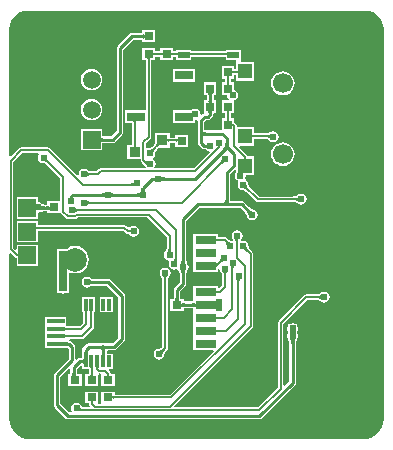
<source format=gbr>
%TF.GenerationSoftware,Altium Limited,Altium Designer,20.0.13 (296)*%
G04 Layer_Physical_Order=2*
G04 Layer_Color=16711680*
%FSLAX25Y25*%
%MOIN*%
%TF.FileFunction,Copper,L2,Bot,Signal*%
%TF.Part,Single*%
G01*
G75*
%TA.AperFunction,SMDPad,CuDef*%
%ADD10R,0.03150X0.02756*%
%ADD14R,0.02756X0.03150*%
%ADD23R,0.03740X0.03543*%
%ADD24R,0.03740X0.03543*%
%TA.AperFunction,Conductor*%
%ADD32C,0.01000*%
%ADD33C,0.00600*%
%TA.AperFunction,ComponentPad*%
%ADD36R,0.05906X0.05906*%
%ADD37C,0.05906*%
%ADD38C,0.03937*%
%ADD39R,0.05906X0.03150*%
%ADD40O,0.07874X0.04724*%
%TA.AperFunction,ViaPad*%
%ADD41C,0.02400*%
%ADD42C,0.06693*%
%TA.AperFunction,SMDPad,CuDef*%
%ADD43C,0.07874*%
%TA.AperFunction,ConnectorPad*%
%ADD44R,0.05118X0.04724*%
%ADD45R,0.04724X0.05118*%
G04:AMPARAMS|DCode=46|XSize=33.47mil|YSize=47.24mil|CornerRadius=0mil|HoleSize=0mil|Usage=FLASHONLY|Rotation=45.000|XOffset=0mil|YOffset=0mil|HoleType=Round|Shape=Rectangle|*
%AMROTATEDRECTD46*
4,1,4,0.00487,-0.02854,-0.02854,0.00487,-0.00487,0.02854,0.02854,-0.00487,0.00487,-0.02854,0.0*
%
%ADD46ROTATEDRECTD46*%

G04:AMPARAMS|DCode=47|XSize=33.47mil|YSize=47.24mil|CornerRadius=0mil|HoleSize=0mil|Usage=FLASHONLY|Rotation=315.000|XOffset=0mil|YOffset=0mil|HoleType=Round|Shape=Rectangle|*
%AMROTATEDRECTD47*
4,1,4,-0.02854,-0.00487,0.00487,0.02854,0.02854,0.00487,-0.00487,-0.02854,-0.02854,-0.00487,0.0*
%
%ADD47ROTATEDRECTD47*%

%TA.AperFunction,SMDPad,CuDef*%
%ADD48R,0.03937X0.02362*%
%ADD49R,0.05906X0.03150*%
%ADD50R,0.05906X0.05906*%
%ADD51R,0.07087X0.02756*%
%ADD52R,0.05512X0.04724*%
%ADD53R,0.08661X0.08000*%
%ADD54R,0.05512X0.06299*%
%TA.AperFunction,ConnectorPad*%
%ADD55R,0.05906X0.01575*%
%TA.AperFunction,SMDPad,CuDef*%
%ADD56R,0.01260X0.03937*%
%TA.AperFunction,Conductor*%
%ADD57R,0.03000X0.13500*%
%ADD58R,0.02000X0.04500*%
%ADD59R,0.02000X0.02000*%
G36*
X73823Y128947D02*
X73817Y129004D01*
X73799Y129055D01*
X73768Y129100D01*
X73725Y129139D01*
X73670Y129172D01*
X73603Y129199D01*
X73523Y129220D01*
X73431Y129235D01*
X73327Y129244D01*
X73211Y129247D01*
Y129847D01*
X73327Y129850D01*
X73431Y129859D01*
X73523Y129874D01*
X73603Y129895D01*
X73670Y129922D01*
X73725Y129955D01*
X73768Y129994D01*
X73799Y130039D01*
X73817Y130090D01*
X73823Y130147D01*
Y128947D01*
D02*
G37*
G36*
X61183Y130090D02*
X61201Y130039D01*
X61232Y129994D01*
X61275Y129955D01*
X61330Y129922D01*
X61397Y129895D01*
X61477Y129874D01*
X61568Y129859D01*
X61673Y129850D01*
X61789Y129847D01*
Y129247D01*
X61673Y129244D01*
X61568Y129235D01*
X61477Y129220D01*
X61397Y129199D01*
X61330Y129172D01*
X61275Y129139D01*
X61232Y129100D01*
X61201Y129055D01*
X61183Y129004D01*
X61177Y128947D01*
Y130147D01*
X61183Y130090D01*
D02*
G37*
G36*
X57288Y128947D02*
X57282Y129004D01*
X57263Y129055D01*
X57233Y129100D01*
X57190Y129139D01*
X57135Y129172D01*
X57068Y129199D01*
X56988Y129220D01*
X56896Y129235D01*
X56792Y129244D01*
X56676Y129247D01*
Y129847D01*
X56792Y129850D01*
X56896Y129859D01*
X56988Y129874D01*
X57068Y129895D01*
X57135Y129922D01*
X57190Y129955D01*
X57233Y129994D01*
X57263Y130039D01*
X57282Y130090D01*
X57288Y130147D01*
Y128947D01*
D02*
G37*
G36*
X55057Y130090D02*
X55075Y130039D01*
X55106Y129994D01*
X55149Y129955D01*
X55204Y129922D01*
X55271Y129895D01*
X55351Y129874D01*
X55443Y129859D01*
X55546Y129850D01*
X55663Y129847D01*
Y129247D01*
X55546Y129244D01*
X55443Y129235D01*
X55351Y129220D01*
X55271Y129199D01*
X55204Y129172D01*
X55149Y129139D01*
X55106Y129100D01*
X55075Y129055D01*
X55057Y129004D01*
X55051Y128947D01*
Y130147D01*
X55057Y130090D01*
D02*
G37*
G36*
X51937Y128947D02*
X51931Y129004D01*
X51913Y129055D01*
X51883Y129100D01*
X51841Y129139D01*
X51787Y129172D01*
X51721Y129199D01*
X51643Y129220D01*
X51553Y129235D01*
X51451Y129244D01*
X51337Y129247D01*
Y129847D01*
X51451Y129850D01*
X51553Y129859D01*
X51643Y129874D01*
X51721Y129895D01*
X51787Y129922D01*
X51841Y129955D01*
X51883Y129994D01*
X51913Y130039D01*
X51931Y130090D01*
X51937Y130147D01*
Y128947D01*
D02*
G37*
G36*
X49069Y130090D02*
X49087Y130039D01*
X49117Y129994D01*
X49159Y129955D01*
X49213Y129922D01*
X49279Y129895D01*
X49357Y129874D01*
X49447Y129859D01*
X49549Y129850D01*
X49663Y129847D01*
Y129247D01*
X49549Y129244D01*
X49447Y129235D01*
X49357Y129220D01*
X49279Y129199D01*
X49213Y129172D01*
X49159Y129139D01*
X49117Y129100D01*
X49087Y129055D01*
X49069Y129004D01*
X49063Y128947D01*
Y130147D01*
X49069Y130090D01*
D02*
G37*
G36*
X48043Y128187D02*
X47992Y128169D01*
X47947Y128138D01*
X47908Y128095D01*
X47875Y128040D01*
X47848Y127973D01*
X47827Y127893D01*
X47812Y127802D01*
X47803Y127698D01*
X47800Y127581D01*
X47200D01*
X47197Y127698D01*
X47188Y127802D01*
X47173Y127893D01*
X47152Y127973D01*
X47125Y128040D01*
X47092Y128095D01*
X47053Y128138D01*
X47008Y128169D01*
X46957Y128187D01*
X46900Y128193D01*
X48100D01*
X48043Y128187D01*
D02*
G37*
G36*
X73194Y128598D02*
X73199Y128598D01*
Y127388D01*
X76677D01*
X76723Y126907D01*
X76723D01*
Y124449D01*
X76718Y124449D01*
X76647Y124418D01*
X76007D01*
X75936Y124449D01*
X75931Y124449D01*
Y125675D01*
X71975D01*
Y121325D01*
X73003D01*
X73004Y121320D01*
X73035Y121249D01*
Y120251D01*
X73004Y120180D01*
X73003Y120175D01*
X71975D01*
Y115825D01*
X73699D01*
X73804Y115298D01*
X74202Y114702D01*
X74243Y114675D01*
X74092Y114175D01*
X71975D01*
Y109825D01*
X73003D01*
X73004Y109820D01*
X73035Y109749D01*
Y108251D01*
X73004Y108180D01*
X73003Y108175D01*
X71975D01*
Y104122D01*
X66591D01*
X66534Y104148D01*
X66384Y104156D01*
X66377Y104158D01*
X66133Y104607D01*
X66137Y104627D01*
X66122Y104650D01*
Y106997D01*
X66678Y107553D01*
X67175D01*
X67175Y107553D01*
X67604Y107639D01*
X67968Y107882D01*
X68840Y108754D01*
X68840Y108754D01*
X69083Y109118D01*
X69141Y109406D01*
X69196Y109532D01*
X69200Y109686D01*
X69209Y109801D01*
X69212Y109825D01*
X70025D01*
Y114175D01*
X69232D01*
X69228Y114191D01*
X69212Y114285D01*
X69201Y114410D01*
X69196Y114580D01*
X69169Y114642D01*
Y115358D01*
X69196Y115420D01*
X69201Y115593D01*
X69212Y115720D01*
X69228Y115817D01*
X69230Y115825D01*
X70025D01*
Y120175D01*
X66069D01*
Y115825D01*
X66864D01*
X66866Y115817D01*
X66882Y115720D01*
X66894Y115593D01*
X66898Y115420D01*
X66926Y115358D01*
Y114642D01*
X66898Y114580D01*
X66894Y114410D01*
X66882Y114285D01*
X66867Y114191D01*
X66862Y114175D01*
X66069D01*
Y110239D01*
X66069Y109825D01*
X65784Y109711D01*
X65421Y109468D01*
X65318Y109366D01*
X65060Y109438D01*
X64820Y109575D01*
X64696Y110202D01*
X64298Y110798D01*
X63702Y111196D01*
X63000Y111335D01*
X62298Y111196D01*
X61702Y110798D01*
X61694Y110785D01*
X55821D01*
Y106435D01*
X62927D01*
Y107605D01*
X63000Y107665D01*
X63426Y107749D01*
X63657Y107602D01*
X63878Y107367D01*
Y103150D01*
X63863Y103127D01*
X63878Y103050D01*
Y102950D01*
X63863Y102873D01*
X63878Y102850D01*
Y100000D01*
X63878Y100000D01*
X63964Y99571D01*
X64207Y99207D01*
X65207Y98207D01*
X65207Y98207D01*
X65571Y97964D01*
X66000Y97878D01*
X66585D01*
X66702Y97702D01*
X67298Y97304D01*
X67716Y97221D01*
X67881Y96679D01*
X62620Y91418D01*
X49703D01*
X49442Y91918D01*
X49696Y92298D01*
X49835Y93000D01*
X49696Y93702D01*
X49298Y94298D01*
X49096Y94433D01*
Y95034D01*
X49198Y95102D01*
X49596Y95698D01*
X49735Y96400D01*
X49725Y96450D01*
X49746Y96502D01*
X49744Y96611D01*
X49752Y96686D01*
X49771Y96769D01*
X49804Y96864D01*
X49851Y96970D01*
X49916Y97086D01*
X49994Y97204D01*
X50231Y97496D01*
X50377Y97649D01*
X50383Y97664D01*
X50398Y97671D01*
X50419Y97736D01*
X50738Y98054D01*
X50808Y98080D01*
X51023Y98280D01*
X51092Y98335D01*
X51139Y98369D01*
X51217D01*
X51291Y98348D01*
X51328Y98369D01*
X51370D01*
X51387Y98366D01*
X51390Y98369D01*
X54596D01*
Y99791D01*
X54601Y99791D01*
X54672Y99822D01*
X56249D01*
X56321Y99791D01*
X56325Y99791D01*
Y98475D01*
X60675D01*
Y102431D01*
X56325D01*
Y101690D01*
X56321Y101689D01*
X56249Y101658D01*
X54672D01*
X54601Y101689D01*
X54596Y101690D01*
Y103112D01*
X49656D01*
Y99816D01*
X49631Y99765D01*
X49651Y99710D01*
X49635Y99655D01*
X49646Y99634D01*
X49487Y99448D01*
X49377Y99334D01*
X49351Y99267D01*
X49292Y99226D01*
X49288Y99200D01*
X49078Y98990D01*
X49005Y98961D01*
X48847Y98810D01*
X48704Y98686D01*
X48566Y98579D01*
X48435Y98488D01*
X48310Y98413D01*
X48193Y98354D01*
X48083Y98309D01*
X47980Y98277D01*
X47884Y98257D01*
X47761Y98244D01*
X47658Y98187D01*
X47218Y98099D01*
X47129Y98091D01*
X46718Y98354D01*
Y99920D01*
X48149Y101351D01*
X48348Y101649D01*
X48418Y102000D01*
Y127494D01*
X48449Y127565D01*
X48449Y127569D01*
X49675D01*
Y128598D01*
X49680Y128598D01*
X49751Y128630D01*
X51249D01*
X51320Y128598D01*
X51325Y128598D01*
Y127569D01*
X55675D01*
Y128598D01*
X55680Y128598D01*
X55751Y128630D01*
X56588D01*
X56659Y128598D01*
X56664Y128598D01*
Y127388D01*
X61801D01*
Y128598D01*
X61805Y128598D01*
X61876Y128630D01*
X73124D01*
X73194Y128598D01*
D02*
G37*
G36*
X77347Y122900D02*
X77341Y122957D01*
X77322Y123008D01*
X77292Y123053D01*
X77249Y123092D01*
X77194Y123125D01*
X77126Y123152D01*
X77047Y123173D01*
X76955Y123188D01*
X76851Y123197D01*
X76735Y123200D01*
Y123800D01*
X76851Y123803D01*
X76955Y123812D01*
X77047Y123827D01*
X77126Y123848D01*
X77194Y123875D01*
X77249Y123908D01*
X77292Y123947D01*
X77322Y123992D01*
X77341Y124043D01*
X77347Y124100D01*
Y122900D01*
D02*
G37*
G36*
X75313Y124043D02*
X75331Y123992D01*
X75362Y123947D01*
X75405Y123908D01*
X75460Y123875D01*
X75527Y123848D01*
X75607Y123827D01*
X75698Y123812D01*
X75802Y123803D01*
X75919Y123800D01*
Y123200D01*
X75802Y123197D01*
X75698Y123188D01*
X75607Y123173D01*
X75527Y123152D01*
X75460Y123125D01*
X75405Y123092D01*
X75362Y123053D01*
X75331Y123008D01*
X75313Y122957D01*
X75307Y122900D01*
Y124100D01*
X75313Y124043D01*
D02*
G37*
G36*
X74496Y121943D02*
X74445Y121925D01*
X74400Y121894D01*
X74361Y121851D01*
X74328Y121796D01*
X74301Y121729D01*
X74280Y121649D01*
X74265Y121557D01*
X74256Y121453D01*
X74253Y121337D01*
X73653D01*
X73650Y121453D01*
X73641Y121557D01*
X73626Y121649D01*
X73605Y121729D01*
X73578Y121796D01*
X73545Y121851D01*
X73506Y121894D01*
X73461Y121925D01*
X73410Y121943D01*
X73353Y121949D01*
X74553D01*
X74496Y121943D01*
D02*
G37*
G36*
X120000Y143878D02*
X121147Y143765D01*
X122249Y143431D01*
X123266Y142888D01*
X124157Y142157D01*
X124888Y141266D01*
X125431Y140250D01*
X125765Y139147D01*
X125878Y138000D01*
X125878D01*
Y8000D01*
X125878Y8000D01*
X125878D01*
X125835Y7510D01*
X125751Y6657D01*
X125359Y5366D01*
X124723Y4176D01*
X123867Y3133D01*
X122824Y2277D01*
X121634Y1641D01*
X120343Y1249D01*
X119016Y1118D01*
X119000Y1122D01*
X8000D01*
X7984Y1118D01*
X6657Y1249D01*
X5366Y1641D01*
X4176Y2277D01*
X3133Y3133D01*
X2277Y4176D01*
X1641Y5366D01*
X1249Y6657D01*
X1118Y7984D01*
X1122Y8000D01*
Y62927D01*
X1584Y63119D01*
X2879Y61824D01*
X3176Y61625D01*
X3373Y61585D01*
X3513Y61523D01*
X3518Y61523D01*
Y58920D01*
X10624D01*
Y66025D01*
X3518D01*
Y64433D01*
X3056Y64241D01*
X2418Y64880D01*
Y93620D01*
X5380Y96582D01*
X10797D01*
X11058Y96082D01*
X10804Y95702D01*
X10665Y95000D01*
X10804Y94298D01*
X11202Y93702D01*
X11798Y93304D01*
X12419Y93181D01*
X12482Y93151D01*
X12598Y93146D01*
X12683Y93132D01*
X12777Y93107D01*
X12880Y93069D01*
X12991Y93016D01*
X13112Y92946D01*
X13233Y92864D01*
X13526Y92624D01*
X13679Y92478D01*
X13752Y92450D01*
X18082Y88120D01*
Y80525D01*
X13825D01*
Y79403D01*
X13817Y79401D01*
X13721Y79385D01*
X13593Y79374D01*
X13420Y79370D01*
X13358Y79342D01*
X13295D01*
X13287Y79348D01*
X13243Y79342D01*
X13194D01*
X13129Y79370D01*
X12888Y79374D01*
X12478Y79402D01*
X12329Y79424D01*
X12205Y79450D01*
X12114Y79477D01*
X12059Y79499D01*
X12051Y79504D01*
X12041Y79516D01*
X12015Y79532D01*
X12007Y79538D01*
X11994Y79571D01*
X11931Y79598D01*
X11798Y79798D01*
X11202Y80196D01*
X10624Y80311D01*
Y81773D01*
X3518D01*
Y74668D01*
X10624D01*
Y76689D01*
X11202Y76804D01*
X11351Y76904D01*
X11447Y76913D01*
X11496Y76939D01*
X11536Y76954D01*
X11609Y76975D01*
X11713Y76998D01*
X11828Y77016D01*
X12619Y77069D01*
X12858Y77071D01*
X12924Y77099D01*
X13358D01*
X13420Y77071D01*
X13593Y77067D01*
X13721Y77056D01*
X13817Y77040D01*
X13825Y77038D01*
Y76569D01*
X18175D01*
X18299Y76429D01*
X18351Y76351D01*
X19951Y74751D01*
X20249Y74552D01*
X20600Y74482D01*
X22870D01*
X23221Y74552D01*
X23519Y74751D01*
X23850Y75082D01*
X47120D01*
X53582Y68620D01*
Y65188D01*
X53551Y65117D01*
X53546Y64897D01*
X53532Y64708D01*
X53510Y64538D01*
X53480Y64385D01*
X53444Y64251D01*
X53403Y64134D01*
X53357Y64034D01*
X53309Y63950D01*
X53258Y63880D01*
X53180Y63794D01*
X53156Y63729D01*
X52804Y63202D01*
X52665Y62500D01*
X52804Y61798D01*
X53202Y61202D01*
X53798Y60804D01*
X54069Y60750D01*
X54304Y60202D01*
X54165Y59500D01*
X54304Y58798D01*
X54702Y58202D01*
X55298Y57804D01*
X56000Y57665D01*
X56702Y57804D01*
X56817Y57881D01*
X57393Y57665D01*
X57641Y57293D01*
X57663Y57225D01*
X57694Y57188D01*
X57704Y57172D01*
X57725Y57122D01*
X57752Y57040D01*
X57778Y56928D01*
X57801Y56800D01*
X57847Y56198D01*
X57851Y55961D01*
X57878Y55896D01*
Y53465D01*
X56207Y51793D01*
X55964Y51429D01*
X55878Y51000D01*
X55878Y51000D01*
Y48398D01*
X55851Y48336D01*
X55846Y48163D01*
X55835Y48035D01*
X55819Y47939D01*
X55817Y47931D01*
X54825D01*
Y43975D01*
X59175D01*
Y44770D01*
X59183Y44772D01*
X59280Y44788D01*
X59407Y44799D01*
X59580Y44804D01*
X59642Y44831D01*
X61889D01*
X61952Y44804D01*
X62122Y44799D01*
X62247Y44788D01*
X62340Y44772D01*
X62357Y44768D01*
Y44139D01*
X62357Y44014D01*
X62357D01*
Y43639D01*
X62357D01*
Y39683D01*
X62357D01*
Y39309D01*
X62357D01*
Y35353D01*
X62357D01*
Y34978D01*
X62357D01*
Y31022D01*
X69071D01*
X69262Y30560D01*
X54667Y15965D01*
X36251D01*
X36180Y15996D01*
X36175Y15997D01*
Y17025D01*
X31825D01*
Y13069D01*
X31388Y12918D01*
X31112D01*
X30675Y13069D01*
Y17025D01*
X26325D01*
Y13069D01*
X27551D01*
X27551Y13065D01*
X27585Y12988D01*
X27652Y12649D01*
X27851Y12351D01*
X28023Y12180D01*
X27831Y11718D01*
X26250D01*
X26235Y11728D01*
X26158Y11718D01*
X26087Y11749D01*
X25857Y11755D01*
X25674Y11769D01*
X25523Y11791D01*
X25409Y11818D01*
X25332Y11845D01*
X25312Y11855D01*
X25249Y11936D01*
X25196Y12202D01*
X24798Y12798D01*
X24202Y13196D01*
X23500Y13335D01*
X22798Y13196D01*
X22202Y12798D01*
X21804Y12202D01*
X21665Y11500D01*
X21804Y10798D01*
X21922Y10622D01*
X21655Y10122D01*
X20965D01*
X18122Y12965D01*
Y22035D01*
X20981Y24895D01*
X21481Y24688D01*
Y23398D01*
X21453Y23336D01*
X21449Y23163D01*
X21438Y23035D01*
X21422Y22939D01*
X21419Y22931D01*
X20825D01*
Y18975D01*
X25175D01*
Y22931D01*
X23785D01*
X23783Y22939D01*
X23767Y23035D01*
X23756Y23163D01*
X23752Y23336D01*
X23724Y23398D01*
Y24638D01*
X24770Y25684D01*
X25270Y25477D01*
Y24534D01*
X27551D01*
X27551Y24529D01*
X27582Y24458D01*
Y23007D01*
X27551Y22936D01*
X27551Y22931D01*
X26325D01*
Y18975D01*
X30675D01*
Y22637D01*
X30962Y23030D01*
X31112Y23082D01*
X31388D01*
X31825Y22931D01*
Y18975D01*
X36175D01*
Y22931D01*
X34949D01*
X34949Y22936D01*
X34915Y23012D01*
X34848Y23351D01*
X34649Y23649D01*
X34226Y24072D01*
X34417Y24534D01*
X35604D01*
Y29671D01*
X33570D01*
X33556Y29891D01*
X33555Y30063D01*
X33527Y30129D01*
Y30409D01*
X33554Y30466D01*
X33562Y30616D01*
X33563Y30623D01*
X34013Y30867D01*
X34033Y30863D01*
X34056Y30878D01*
X36000D01*
X36000Y30878D01*
X36429Y30964D01*
X36793Y31207D01*
X39293Y33707D01*
X39293Y33707D01*
X39536Y34071D01*
X39622Y34500D01*
Y49000D01*
X39622Y49000D01*
X39536Y49429D01*
X39293Y49793D01*
X39293Y49793D01*
X34830Y54256D01*
X34466Y54499D01*
X34037Y54585D01*
X34037Y54584D01*
X29630D01*
X29569Y54612D01*
X29562Y54610D01*
X29556Y54612D01*
X29313Y54616D01*
X28894Y54641D01*
X28734Y54661D01*
X28595Y54686D01*
X28485Y54713D01*
X28406Y54740D01*
X28360Y54760D01*
X28348Y54768D01*
X28314Y54798D01*
X28278Y54811D01*
X27702Y55196D01*
X27000Y55335D01*
X26298Y55196D01*
X25702Y54798D01*
X25304Y54202D01*
X25165Y53500D01*
X25304Y52798D01*
X25702Y52202D01*
X26298Y51804D01*
X27000Y51665D01*
X27702Y51804D01*
X28144Y52100D01*
X28235Y52126D01*
X28274Y52157D01*
X28294Y52168D01*
X28348Y52190D01*
X28433Y52217D01*
X28548Y52243D01*
X28679Y52265D01*
X29284Y52311D01*
X29521Y52314D01*
X29586Y52341D01*
X33572D01*
X37378Y48535D01*
Y34965D01*
X35535Y33122D01*
X32556D01*
X32533Y33137D01*
X32456Y33122D01*
X32355D01*
X32278Y33137D01*
X32255Y33122D01*
X27500D01*
X27071Y33036D01*
X26707Y32793D01*
X26707Y32793D01*
X25707Y31793D01*
X25464Y31429D01*
X25378Y31000D01*
X25379Y31000D01*
Y30136D01*
X25351Y30072D01*
X25342Y29671D01*
X25270D01*
Y29149D01*
X25233Y29059D01*
X25270Y28969D01*
Y28955D01*
X25267Y28942D01*
X25270Y28938D01*
Y28287D01*
X25254Y28283D01*
X25160Y28267D01*
X25035Y28256D01*
X24865Y28252D01*
X24803Y28224D01*
X24602D01*
X24602Y28224D01*
X24173Y28139D01*
X23809Y27895D01*
X23809Y27895D01*
X23621Y27708D01*
X23122Y27915D01*
Y32000D01*
X23122Y32000D01*
X23036Y32429D01*
X22793Y32793D01*
X21911Y33675D01*
X21547Y33918D01*
X21118Y34003D01*
X21118Y34003D01*
X21050D01*
X21031Y34023D01*
X21244Y34523D01*
X25441D01*
X25792Y34593D01*
X26090Y34792D01*
X29117Y37820D01*
X29316Y38117D01*
X29386Y38469D01*
Y43356D01*
X29418Y43427D01*
X29418Y43431D01*
X29698D01*
Y44008D01*
X29718Y44056D01*
X29704Y44089D01*
X29714Y44125D01*
X29698Y44154D01*
Y48568D01*
X25270D01*
Y44154D01*
X25254Y44125D01*
X25265Y44089D01*
X25251Y44056D01*
X25270Y44008D01*
Y43431D01*
X25551D01*
X25551Y43427D01*
X25582Y43356D01*
Y39880D01*
X24620Y38918D01*
X20219D01*
X20148Y38949D01*
X20143Y38949D01*
Y41946D01*
X13038D01*
Y39172D01*
Y36613D01*
Y34054D01*
Y31495D01*
X19370D01*
X19409Y31469D01*
X19472Y31482D01*
X19531Y31457D01*
X19622Y31495D01*
X20143D01*
Y31495D01*
X20448Y31544D01*
X20878Y31177D01*
Y27965D01*
X16207Y23293D01*
X15964Y22929D01*
X15878Y22500D01*
X15879Y22500D01*
Y12500D01*
X15878Y12500D01*
X15964Y12071D01*
X16207Y11707D01*
X19707Y8207D01*
X19707Y8207D01*
X20071Y7964D01*
X20500Y7878D01*
X20500Y7878D01*
X84480D01*
X84480Y7878D01*
X84909Y7964D01*
X85273Y8207D01*
X96293Y19227D01*
X96293Y19227D01*
X96536Y19591D01*
X96622Y20020D01*
X96622Y20020D01*
Y32896D01*
X96649Y32961D01*
X96653Y33209D01*
X96662Y33419D01*
X96698Y33794D01*
X96722Y33928D01*
X96725Y33944D01*
X96959Y34041D01*
X97149Y34500D01*
Y34729D01*
X97196Y34798D01*
X97335Y35500D01*
X97196Y36202D01*
X97149Y36271D01*
Y37229D01*
X97196Y37298D01*
X97335Y38000D01*
X97196Y38702D01*
X97149Y38771D01*
Y39000D01*
X96959Y39459D01*
X96500Y39649D01*
X96271D01*
X96202Y39696D01*
X95500Y39835D01*
X94798Y39696D01*
X94729Y39649D01*
X94500D01*
X94041Y39459D01*
X93851Y39000D01*
Y38771D01*
X93804Y38702D01*
X93665Y38000D01*
X93804Y37298D01*
X93851Y37229D01*
Y36271D01*
X93804Y36202D01*
X93665Y35500D01*
X93804Y34798D01*
X93851Y34729D01*
Y34500D01*
X94041Y34041D01*
X94275Y33944D01*
X94278Y33928D01*
X94301Y33800D01*
X94348Y33198D01*
X94351Y32961D01*
X94378Y32896D01*
Y20485D01*
X92880Y18986D01*
X92418Y19177D01*
Y39620D01*
X100380Y47582D01*
X103312D01*
X103383Y47551D01*
X103603Y47546D01*
X103792Y47532D01*
X103962Y47510D01*
X104115Y47480D01*
X104249Y47444D01*
X104366Y47403D01*
X104466Y47357D01*
X104550Y47309D01*
X104620Y47258D01*
X104706Y47180D01*
X104771Y47156D01*
X105298Y46804D01*
X106000Y46665D01*
X106702Y46804D01*
X107298Y47202D01*
X107696Y47798D01*
X107835Y48500D01*
X107696Y49202D01*
X107298Y49798D01*
X106702Y50196D01*
X106000Y50335D01*
X105298Y50196D01*
X104771Y49844D01*
X104706Y49820D01*
X104620Y49742D01*
X104550Y49691D01*
X104466Y49643D01*
X104366Y49597D01*
X104249Y49556D01*
X104115Y49520D01*
X103971Y49492D01*
X103595Y49454D01*
X103383Y49449D01*
X103312Y49418D01*
X100000D01*
X99649Y49348D01*
X99351Y49149D01*
X90851Y40649D01*
X90652Y40351D01*
X90582Y40000D01*
Y18380D01*
X83920Y11718D01*
X56169D01*
X55977Y12180D01*
X82149Y38351D01*
X82348Y38649D01*
X82418Y39000D01*
Y63000D01*
X82348Y63351D01*
X82149Y63649D01*
X81550Y64248D01*
X81522Y64321D01*
X81369Y64480D01*
X81246Y64623D01*
X81141Y64759D01*
X81054Y64888D01*
X80984Y65008D01*
X80931Y65121D01*
X80893Y65223D01*
X80868Y65317D01*
X80854Y65402D01*
X80849Y65518D01*
X80819Y65581D01*
X80696Y66202D01*
X80298Y66798D01*
X79702Y67196D01*
X79000Y67335D01*
X78558Y67247D01*
X78370Y67440D01*
X78347Y67478D01*
X78300Y67706D01*
X78696Y68298D01*
X78835Y69000D01*
X78696Y69702D01*
X78298Y70298D01*
X77702Y70696D01*
X77000Y70835D01*
X76298Y70696D01*
X75702Y70298D01*
X75304Y69702D01*
X75165Y69000D01*
X75304Y68298D01*
X75547Y67935D01*
X75579Y67817D01*
X75657Y67717D01*
X75686Y67672D01*
X75648Y67499D01*
X75277Y67237D01*
X75202Y67196D01*
X75058Y67224D01*
X74984Y67285D01*
X74862Y67321D01*
X74758Y67361D01*
X74647Y67413D01*
X74536Y67473D01*
X74265Y67651D01*
X74139Y67748D01*
X73839Y68008D01*
X73684Y68159D01*
X73610Y68188D01*
X73503Y68295D01*
X73206Y68493D01*
X72854Y68563D01*
X70719D01*
X70648Y68595D01*
X70643Y68595D01*
Y69624D01*
X62357D01*
Y65668D01*
X62357D01*
Y65293D01*
X62357D01*
Y61337D01*
X62357Y61337D01*
Y60962D01*
X62357D01*
X62357Y60837D01*
Y57006D01*
X70643D01*
Y57800D01*
X70689Y57828D01*
X71247Y57587D01*
X71304Y57298D01*
X71656Y56771D01*
X71680Y56706D01*
X71758Y56620D01*
X71809Y56550D01*
X71858Y56466D01*
X71903Y56366D01*
X71944Y56249D01*
X71980Y56115D01*
X72008Y55971D01*
X72046Y55594D01*
X72051Y55383D01*
X72082Y55312D01*
Y52380D01*
X71143Y51441D01*
X70643Y51648D01*
Y52301D01*
X62357D01*
Y48345D01*
X62357Y48345D01*
Y47970D01*
X62357D01*
X62357Y47845D01*
Y47137D01*
X62340Y47133D01*
X62247Y47117D01*
X62122Y47107D01*
X61952Y47102D01*
X61889Y47074D01*
X59642D01*
X59580Y47102D01*
X59407Y47107D01*
X59280Y47118D01*
X59183Y47133D01*
X59175Y47136D01*
Y47931D01*
X58183D01*
X58181Y47939D01*
X58165Y48035D01*
X58154Y48163D01*
X58149Y48336D01*
X58122Y48398D01*
Y50535D01*
X59793Y52207D01*
X59793Y52207D01*
X60036Y52571D01*
X60122Y53000D01*
X60122Y53000D01*
Y55896D01*
X60149Y55961D01*
X60153Y56209D01*
X60162Y56419D01*
X60198Y56793D01*
X60222Y56928D01*
X60248Y57040D01*
X60275Y57122D01*
X60296Y57172D01*
X60306Y57188D01*
X60337Y57225D01*
X60359Y57293D01*
X60696Y57798D01*
X60835Y58500D01*
X60696Y59202D01*
X60359Y59707D01*
X60337Y59775D01*
X60306Y59812D01*
X60296Y59828D01*
X60275Y59878D01*
X60248Y59960D01*
X60222Y60072D01*
X60199Y60200D01*
X60153Y60803D01*
X60149Y61039D01*
X60122Y61104D01*
Y74035D01*
X64465Y78378D01*
X73350D01*
X73373Y78363D01*
X73450Y78378D01*
X73550D01*
X73627Y78363D01*
X73650Y78378D01*
X78035D01*
X79365Y77048D01*
X79392Y76983D01*
X79565Y76805D01*
X79707Y76650D01*
X79946Y76359D01*
X80024Y76248D01*
X80085Y76149D01*
X80124Y76073D01*
X80144Y76022D01*
X80149Y76004D01*
X80153Y75956D01*
X80186Y75893D01*
X80304Y75298D01*
X80702Y74702D01*
X81298Y74304D01*
X82000Y74165D01*
X82702Y74304D01*
X83298Y74702D01*
X83696Y75298D01*
X83835Y76000D01*
X83696Y76702D01*
X83298Y77298D01*
X82702Y77696D01*
X82107Y77814D01*
X82044Y77847D01*
X81996Y77851D01*
X81978Y77856D01*
X81928Y77876D01*
X81850Y77915D01*
X81752Y77976D01*
X81646Y78050D01*
X81187Y78443D01*
X81017Y78608D01*
X80952Y78635D01*
X79293Y80293D01*
X78929Y80536D01*
X78500Y80622D01*
X78500Y80622D01*
X75150D01*
X75127Y80637D01*
X75107Y80633D01*
X74658Y80877D01*
X74656Y80884D01*
X74648Y81034D01*
X74622Y81091D01*
Y89535D01*
X76261Y91175D01*
X76723Y90983D01*
Y90311D01*
X76702Y90298D01*
X76304Y89702D01*
X76165Y89000D01*
X76304Y88298D01*
X76702Y87702D01*
X77165Y87393D01*
X77381Y86817D01*
X77304Y86702D01*
X77165Y86000D01*
X77304Y85298D01*
X77702Y84702D01*
X78298Y84304D01*
X78919Y84181D01*
X78982Y84151D01*
X79098Y84146D01*
X79183Y84132D01*
X79277Y84107D01*
X79379Y84069D01*
X79492Y84016D01*
X79612Y83946D01*
X79733Y83864D01*
X80026Y83625D01*
X80179Y83478D01*
X80252Y83450D01*
X83233Y80469D01*
X83531Y80270D01*
X83882Y80200D01*
X95693D01*
X95765Y80169D01*
X95985Y80164D01*
X96174Y80150D01*
X96344Y80128D01*
X96497Y80098D01*
X96631Y80063D01*
X96748Y80021D01*
X96848Y79976D01*
X96932Y79927D01*
X97002Y79876D01*
X97088Y79798D01*
X97153Y79774D01*
X97680Y79423D01*
X98382Y79283D01*
X99084Y79423D01*
X99680Y79820D01*
X100077Y80416D01*
X100217Y81118D01*
X100077Y81820D01*
X99680Y82416D01*
X99084Y82814D01*
X98382Y82953D01*
X97680Y82814D01*
X97153Y82462D01*
X97088Y82438D01*
X97002Y82360D01*
X96931Y82309D01*
X96848Y82261D01*
X96748Y82215D01*
X96631Y82174D01*
X96497Y82138D01*
X96353Y82110D01*
X95976Y82072D01*
X95765Y82067D01*
X95693Y82036D01*
X84262D01*
X81550Y84748D01*
X81522Y84821D01*
X81369Y84980D01*
X81246Y85123D01*
X81141Y85259D01*
X81054Y85388D01*
X80984Y85509D01*
X80931Y85620D01*
X80893Y85723D01*
X80868Y85817D01*
X80854Y85902D01*
X80849Y86019D01*
X80819Y86081D01*
X80696Y86702D01*
X80298Y87298D01*
X79835Y87607D01*
X79619Y88183D01*
X79696Y88298D01*
X79835Y89000D01*
X79912Y89093D01*
X82647D01*
Y95411D01*
X80598D01*
X80571Y95472D01*
X80533Y95666D01*
X80334Y95964D01*
X77726Y98572D01*
X77917Y99034D01*
X82647D01*
Y101244D01*
X82652Y101244D01*
X82723Y101275D01*
X86221D01*
X86257Y101252D01*
X86304Y101263D01*
X86349Y101244D01*
X86572Y101238D01*
X86758Y101224D01*
X86922Y101200D01*
X87063Y101170D01*
X87182Y101134D01*
X87279Y101095D01*
X87354Y101054D01*
X87411Y101014D01*
X87454Y100974D01*
X87516Y100898D01*
X87603Y100851D01*
X87702Y100702D01*
X88298Y100304D01*
X89000Y100165D01*
X89702Y100304D01*
X90298Y100702D01*
X90696Y101298D01*
X90835Y102000D01*
X90696Y102702D01*
X90298Y103298D01*
X89702Y103696D01*
X89000Y103835D01*
X88298Y103696D01*
X88052Y103531D01*
X87928Y103506D01*
X87816Y103431D01*
X87717Y103376D01*
X87606Y103326D01*
X87483Y103280D01*
X87347Y103240D01*
X87198Y103206D01*
X87043Y103180D01*
X86661Y103147D01*
X86453Y103142D01*
X86380Y103111D01*
X82723D01*
X82652Y103142D01*
X82647Y103142D01*
Y105352D01*
X76918D01*
Y105500D01*
X76848Y105851D01*
X76649Y106149D01*
X76149Y106649D01*
X75931Y106795D01*
Y108175D01*
X74902D01*
X74902Y108180D01*
X74870Y108251D01*
Y109749D01*
X74902Y109820D01*
X74902Y109825D01*
X75931D01*
Y113853D01*
X76115Y114246D01*
X76202Y114304D01*
X76798Y114702D01*
X77196Y115298D01*
X77335Y116000D01*
X77196Y116702D01*
X76798Y117298D01*
X76202Y117696D01*
X75931Y117750D01*
Y120175D01*
X74902D01*
X74902Y120180D01*
X74870Y120251D01*
Y121249D01*
X74902Y121320D01*
X74902Y121325D01*
X75931D01*
Y122551D01*
X75936Y122551D01*
X76007Y122582D01*
X76647D01*
X76718Y122551D01*
X76723Y122551D01*
Y120589D01*
X82647D01*
Y126907D01*
X78382D01*
X78336Y127388D01*
X78336D01*
Y130950D01*
X73199D01*
Y130497D01*
X73194Y130497D01*
X73124Y130465D01*
X61876D01*
X61805Y130497D01*
X61801Y130497D01*
Y130950D01*
X56664D01*
Y130497D01*
X56659Y130497D01*
X56588Y130465D01*
X55751D01*
X55680Y130497D01*
X55675Y130497D01*
Y131525D01*
X51325D01*
Y130497D01*
X51320Y130497D01*
X51249Y130465D01*
X49751D01*
X49680Y130497D01*
X49675Y130497D01*
Y131525D01*
X45325D01*
Y127569D01*
X46551D01*
X46551Y127565D01*
X46582Y127494D01*
Y110775D01*
X39647D01*
Y106425D01*
X41925D01*
X41925Y106421D01*
X41956Y106349D01*
Y99447D01*
X41925Y99376D01*
X41925Y99372D01*
X40404D01*
Y94628D01*
X44882D01*
Y94200D01*
X44952Y93849D01*
X45151Y93551D01*
X45232Y93471D01*
X45232Y93468D01*
X45246Y93456D01*
X45315Y93388D01*
X45345Y93312D01*
X45693Y92958D01*
X46079Y92541D01*
X46241Y92348D01*
X46284Y92288D01*
X46306Y92256D01*
X46323Y92222D01*
X46335Y92212D01*
X46337Y92197D01*
X46408Y92143D01*
X46558Y91918D01*
X46297Y91418D01*
X31500D01*
X31149Y91348D01*
X30851Y91149D01*
X30120Y90418D01*
X28688D01*
X28617Y90449D01*
X28397Y90454D01*
X28208Y90468D01*
X28038Y90490D01*
X27885Y90520D01*
X27751Y90556D01*
X27634Y90597D01*
X27534Y90642D01*
X27450Y90691D01*
X27380Y90742D01*
X27294Y90820D01*
X27229Y90844D01*
X26702Y91196D01*
X26000Y91335D01*
X25298Y91196D01*
X24702Y90798D01*
X24304Y90202D01*
X24165Y89500D01*
X24204Y89300D01*
X23744Y89054D01*
X14649Y98149D01*
X14351Y98348D01*
X14000Y98418D01*
X5000D01*
X4649Y98348D01*
X4351Y98149D01*
X1584Y95381D01*
X1122Y95573D01*
Y138000D01*
X1122D01*
X1235Y139147D01*
X1569Y140250D01*
X2112Y141266D01*
X2843Y142157D01*
X3734Y142888D01*
X4750Y143431D01*
X5853Y143765D01*
X7000Y143878D01*
Y143878D01*
X120000D01*
Y143878D01*
D02*
G37*
G36*
X74256Y120049D02*
X74265Y119947D01*
X74280Y119857D01*
X74301Y119779D01*
X74328Y119713D01*
X74361Y119659D01*
X74400Y119617D01*
X74445Y119587D01*
X74496Y119569D01*
X74553Y119563D01*
X73353D01*
X73410Y119569D01*
X73461Y119587D01*
X73506Y119617D01*
X73545Y119659D01*
X73578Y119713D01*
X73605Y119779D01*
X73626Y119857D01*
X73641Y119947D01*
X73650Y120049D01*
X73653Y120163D01*
X74253D01*
X74256Y120049D01*
D02*
G37*
G36*
X68952Y116439D02*
X68867Y116409D01*
X68792Y116358D01*
X68727Y116287D01*
X68672Y116196D01*
X68627Y116085D01*
X68592Y115953D01*
X68567Y115802D01*
X68552Y115629D01*
X68547Y115437D01*
X67547D01*
X67542Y115629D01*
X67527Y115802D01*
X67502Y115953D01*
X67467Y116085D01*
X67422Y116196D01*
X67367Y116287D01*
X67302Y116358D01*
X67227Y116409D01*
X67142Y116439D01*
X67047Y116449D01*
X69047D01*
X68952Y116439D01*
D02*
G37*
G36*
X68552Y114373D02*
X68567Y114203D01*
X68592Y114053D01*
X68627Y113923D01*
X68672Y113813D01*
X68727Y113723D01*
X68792Y113653D01*
X68867Y113603D01*
X68952Y113573D01*
X69047Y113563D01*
X67047D01*
X67142Y113573D01*
X67227Y113603D01*
X67302Y113653D01*
X67367Y113723D01*
X67422Y113813D01*
X67467Y113923D01*
X67502Y114053D01*
X67527Y114203D01*
X67542Y114373D01*
X67547Y114563D01*
X68547D01*
X68552Y114373D01*
D02*
G37*
G36*
X74496Y110443D02*
X74445Y110425D01*
X74400Y110394D01*
X74361Y110351D01*
X74328Y110296D01*
X74301Y110229D01*
X74280Y110149D01*
X74265Y110057D01*
X74256Y109953D01*
X74253Y109837D01*
X73653D01*
X73650Y109953D01*
X73641Y110057D01*
X73626Y110149D01*
X73605Y110229D01*
X73578Y110296D01*
X73545Y110351D01*
X73506Y110394D01*
X73461Y110425D01*
X73410Y110443D01*
X73353Y110449D01*
X74553D01*
X74496Y110443D01*
D02*
G37*
G36*
X68863Y110440D02*
X68797Y110413D01*
X68738Y110368D01*
X68688Y110305D01*
X68645Y110224D01*
X68610Y110125D01*
X68582Y110007D01*
X68563Y109872D01*
X68551Y109719D01*
X68547Y109547D01*
X67547D01*
X67543Y109719D01*
X67532Y109872D01*
X67512Y110007D01*
X67485Y110125D01*
X67450Y110224D01*
X67407Y110305D01*
X67356Y110368D01*
X67298Y110413D01*
X67231Y110440D01*
X67157Y110449D01*
X68937D01*
X68863Y110440D01*
D02*
G37*
G36*
X74256Y108049D02*
X74265Y107947D01*
X74280Y107857D01*
X74301Y107779D01*
X74328Y107713D01*
X74361Y107659D01*
X74400Y107617D01*
X74445Y107587D01*
X74496Y107569D01*
X74553Y107563D01*
X73353D01*
X73410Y107569D01*
X73461Y107587D01*
X73506Y107617D01*
X73545Y107659D01*
X73578Y107713D01*
X73605Y107779D01*
X73626Y107857D01*
X73641Y107947D01*
X73650Y108049D01*
X73653Y108163D01*
X74253D01*
X74256Y108049D01*
D02*
G37*
G36*
X43417Y107043D02*
X43366Y107025D01*
X43321Y106994D01*
X43282Y106951D01*
X43249Y106896D01*
X43222Y106829D01*
X43201Y106749D01*
X43186Y106658D01*
X43177Y106553D01*
X43174Y106437D01*
X42574D01*
X42571Y106553D01*
X42562Y106658D01*
X42547Y106749D01*
X42526Y106829D01*
X42499Y106896D01*
X42466Y106951D01*
X42427Y106994D01*
X42382Y107025D01*
X42331Y107043D01*
X42274Y107049D01*
X43474D01*
X43417Y107043D01*
D02*
G37*
G36*
X82041Y102736D02*
X82059Y102685D01*
X82089Y102640D01*
X82131Y102601D01*
X82185Y102568D01*
X82251Y102541D01*
X82329Y102520D01*
X82419Y102505D01*
X82521Y102496D01*
X82635Y102493D01*
Y101893D01*
X82521Y101890D01*
X82419Y101881D01*
X82329Y101866D01*
X82251Y101845D01*
X82185Y101818D01*
X82131Y101785D01*
X82089Y101746D01*
X82059Y101701D01*
X82041Y101650D01*
X82035Y101593D01*
Y102793D01*
X82041Y102736D01*
D02*
G37*
G36*
X65510Y104310D02*
X65540Y104140D01*
X65590Y103990D01*
X65660Y103860D01*
X65750Y103750D01*
X65860Y103660D01*
X65990Y103590D01*
X66140Y103540D01*
X66310Y103510D01*
X66500Y103500D01*
Y102500D01*
X66310Y102490D01*
X66140Y102460D01*
X65990Y102410D01*
X65860Y102340D01*
X65750Y102250D01*
X65660Y102140D01*
X65590Y102010D01*
X65540Y101860D01*
X65510Y101690D01*
X65500Y101500D01*
X64500Y103000D01*
X65500Y104500D01*
X65510Y104310D01*
D02*
G37*
G36*
X88019Y101309D02*
X87928Y101420D01*
X87821Y101519D01*
X87697Y101607D01*
X87557Y101683D01*
X87400Y101747D01*
X87226Y101799D01*
X87036Y101840D01*
X86829Y101869D01*
X86605Y101887D01*
X86365Y101893D01*
X86466Y102493D01*
X86696Y102498D01*
X87125Y102536D01*
X87323Y102569D01*
X87511Y102611D01*
X87688Y102664D01*
X87854Y102725D01*
X88010Y102796D01*
X88155Y102877D01*
X88289Y102967D01*
X88019Y101309D01*
D02*
G37*
G36*
X56949Y100140D02*
X56943Y100197D01*
X56925Y100248D01*
X56894Y100293D01*
X56851Y100332D01*
X56796Y100365D01*
X56729Y100392D01*
X56649Y100413D01*
X56558Y100428D01*
X56454Y100437D01*
X56337Y100440D01*
Y101040D01*
X56454Y101043D01*
X56558Y101052D01*
X56649Y101067D01*
X56729Y101088D01*
X56796Y101115D01*
X56851Y101148D01*
X56894Y101187D01*
X56925Y101232D01*
X56943Y101283D01*
X56949Y101340D01*
Y100140D01*
D02*
G37*
G36*
X53978Y101283D02*
X53996Y101232D01*
X54027Y101187D01*
X54070Y101148D01*
X54125Y101115D01*
X54192Y101088D01*
X54272Y101067D01*
X54364Y101052D01*
X54468Y101043D01*
X54584Y101040D01*
Y100440D01*
X54468Y100437D01*
X54364Y100428D01*
X54272Y100413D01*
X54192Y100392D01*
X54125Y100365D01*
X54070Y100332D01*
X54027Y100293D01*
X53996Y100248D01*
X53978Y100197D01*
X53972Y100140D01*
Y101340D01*
X53978Y101283D01*
D02*
G37*
G36*
X51215Y98993D02*
X51165Y99021D01*
X51107Y99033D01*
X51042Y99030D01*
X50968Y99010D01*
X50888Y98974D01*
X50799Y98923D01*
X50702Y98855D01*
X50598Y98772D01*
X50366Y98556D01*
X49844Y98882D01*
X49968Y99011D01*
X50163Y99238D01*
X50233Y99338D01*
X50286Y99427D01*
X50321Y99507D01*
X50337Y99578D01*
X50336Y99638D01*
X50317Y99689D01*
X50280Y99731D01*
X51215Y98993D01*
D02*
G37*
G36*
X43177Y99243D02*
X43186Y99139D01*
X43201Y99047D01*
X43222Y98968D01*
X43249Y98901D01*
X43282Y98846D01*
X43321Y98803D01*
X43366Y98772D01*
X43417Y98754D01*
X43474Y98748D01*
X42274D01*
X42331Y98754D01*
X42382Y98772D01*
X42427Y98803D01*
X42466Y98846D01*
X42499Y98901D01*
X42526Y98968D01*
X42547Y99047D01*
X42562Y99139D01*
X42571Y99243D01*
X42574Y99360D01*
X43174D01*
X43177Y99243D01*
D02*
G37*
G36*
X74107Y99610D02*
X74128Y99419D01*
X74164Y99234D01*
X74213Y99054D01*
X74277Y98880D01*
X74355Y98712D01*
X74446Y98551D01*
X74553Y98395D01*
X74673Y98244D01*
X74807Y98100D01*
X74307Y97186D01*
X74166Y97313D01*
X74024Y97412D01*
X73883Y97483D01*
X73741Y97525D01*
X73600Y97539D01*
X73459Y97525D01*
X73317Y97483D01*
X73176Y97412D01*
X73034Y97313D01*
X72893Y97186D01*
X72393Y98100D01*
X72527Y98244D01*
X72648Y98395D01*
X72754Y98551D01*
X72845Y98712D01*
X72923Y98880D01*
X72987Y99054D01*
X73036Y99234D01*
X73072Y99419D01*
X73093Y99610D01*
X73100Y99807D01*
X74100D01*
X74107Y99610D01*
D02*
G37*
G36*
X49907Y98097D02*
X49743Y97925D01*
X49470Y97588D01*
X49361Y97424D01*
X49271Y97262D01*
X49199Y97103D01*
X49145Y96947D01*
X49111Y96793D01*
X49094Y96641D01*
X49096Y96493D01*
X47831Y97598D01*
X47987Y97615D01*
X48143Y97648D01*
X48302Y97697D01*
X48462Y97762D01*
X48623Y97844D01*
X48786Y97941D01*
X48951Y98055D01*
X49117Y98185D01*
X49284Y98330D01*
X49454Y98492D01*
X49907Y98097D01*
D02*
G37*
G36*
X79987Y95215D02*
X80005Y95046D01*
X80020Y94977D01*
X80039Y94919D01*
X80063Y94871D01*
X80091Y94835D01*
X80123Y94808D01*
X80160Y94792D01*
X80201Y94787D01*
X79169D01*
X79210Y94792D01*
X79247Y94808D01*
X79279Y94835D01*
X79307Y94871D01*
X79331Y94919D01*
X79351Y94977D01*
X79366Y95046D01*
X79376Y95125D01*
X79383Y95215D01*
X79385Y95315D01*
X79985D01*
X79987Y95215D01*
D02*
G37*
G36*
X13707Y94836D02*
X13732Y94681D01*
X13773Y94525D01*
X13833Y94367D01*
X13909Y94206D01*
X14003Y94043D01*
X14114Y93879D01*
X14243Y93712D01*
X14389Y93543D01*
X14552Y93372D01*
X14128Y92948D01*
X13957Y93111D01*
X13621Y93386D01*
X13457Y93497D01*
X13294Y93591D01*
X13133Y93667D01*
X12975Y93727D01*
X12819Y93768D01*
X12664Y93793D01*
X12512Y93800D01*
X13700Y94988D01*
X13707Y94836D01*
D02*
G37*
G36*
X46169Y94263D02*
X46319Y94138D01*
X46463Y94035D01*
X46600Y93955D01*
X46730Y93898D01*
X46853Y93864D01*
X46970Y93854D01*
X47080Y93866D01*
X47183Y93901D01*
X47280Y93960D01*
X46899Y92523D01*
X46867Y92584D01*
X46818Y92660D01*
X46751Y92749D01*
X46567Y92970D01*
X46163Y93406D01*
X45808Y93767D01*
X46012Y94412D01*
X46169Y94263D01*
D02*
G37*
G36*
X72988Y93300D02*
X72836Y93293D01*
X72681Y93268D01*
X72525Y93227D01*
X72367Y93167D01*
X72206Y93091D01*
X72043Y92997D01*
X71879Y92886D01*
X71712Y92757D01*
X71543Y92611D01*
X71372Y92448D01*
X70948Y92872D01*
X71111Y93043D01*
X71386Y93379D01*
X71497Y93543D01*
X71591Y93706D01*
X71667Y93867D01*
X71727Y94025D01*
X71768Y94181D01*
X71793Y94336D01*
X71800Y94488D01*
X72988Y93300D01*
D02*
G37*
G36*
X26970Y90237D02*
X27096Y90146D01*
X27236Y90065D01*
X27390Y89994D01*
X27558Y89935D01*
X27739Y89886D01*
X27934Y89849D01*
X28143Y89822D01*
X28366Y89805D01*
X28602Y89800D01*
Y89200D01*
X28366Y89195D01*
X27934Y89151D01*
X27739Y89114D01*
X27558Y89065D01*
X27390Y89006D01*
X27236Y88935D01*
X27096Y88854D01*
X26970Y88763D01*
X26857Y88660D01*
Y90340D01*
X26970Y90237D01*
D02*
G37*
G36*
X51434Y88775D02*
X51531Y88718D01*
X51648Y88667D01*
X51785Y88622D01*
X51942Y88585D01*
X52119Y88554D01*
X52535Y88514D01*
X52773Y88503D01*
X53031Y88500D01*
Y87500D01*
X52773Y87497D01*
X52119Y87446D01*
X51942Y87415D01*
X51785Y87378D01*
X51648Y87333D01*
X51531Y87282D01*
X51434Y87225D01*
X51357Y87160D01*
Y88840D01*
X51434Y88775D01*
D02*
G37*
G36*
X42953Y85432D02*
X42841Y85483D01*
X42714Y85528D01*
X42572Y85569D01*
X42416Y85603D01*
X42058Y85657D01*
X41857Y85676D01*
X41166Y85700D01*
X40877Y86300D01*
X41121Y86306D01*
X41345Y86324D01*
X41547Y86355D01*
X41728Y86397D01*
X41888Y86452D01*
X42027Y86518D01*
X42145Y86597D01*
X42241Y86688D01*
X42317Y86791D01*
X42371Y86906D01*
X42953Y85432D01*
D02*
G37*
G36*
X80207Y85836D02*
X80232Y85681D01*
X80273Y85525D01*
X80333Y85367D01*
X80409Y85206D01*
X80503Y85043D01*
X80614Y84879D01*
X80743Y84712D01*
X80889Y84543D01*
X81052Y84372D01*
X80628Y83948D01*
X80457Y84111D01*
X80121Y84386D01*
X79957Y84497D01*
X79794Y84591D01*
X79633Y84667D01*
X79475Y84727D01*
X79319Y84768D01*
X79164Y84793D01*
X79012Y84800D01*
X80200Y85988D01*
X80207Y85836D01*
D02*
G37*
G36*
X46003Y84740D02*
X46065Y83928D01*
X46093Y83782D01*
X46127Y83660D01*
X46165Y83560D01*
X46209Y83484D01*
X46258Y83430D01*
X44742D01*
X44791Y83484D01*
X44835Y83560D01*
X44873Y83660D01*
X44907Y83782D01*
X44935Y83928D01*
X44959Y84096D01*
X44990Y84502D01*
X45000Y85000D01*
X46000D01*
X46003Y84740D01*
D02*
G37*
G36*
X44643Y81660D02*
X44566Y81725D01*
X44469Y81782D01*
X44352Y81833D01*
X44215Y81878D01*
X44058Y81915D01*
X43881Y81946D01*
X43465Y81986D01*
X43227Y81997D01*
X42969Y82000D01*
Y83000D01*
X43227Y83003D01*
X43881Y83054D01*
X44058Y83085D01*
X44215Y83122D01*
X44352Y83167D01*
X44469Y83218D01*
X44566Y83275D01*
X44643Y83340D01*
Y81660D01*
D02*
G37*
G36*
X34934Y83275D02*
X35031Y83218D01*
X35148Y83167D01*
X35285Y83122D01*
X35442Y83085D01*
X35620Y83054D01*
X36035Y83014D01*
X36273Y83003D01*
X36531Y83000D01*
Y82000D01*
X36273Y81997D01*
X35620Y81946D01*
X35442Y81915D01*
X35285Y81878D01*
X35148Y81833D01*
X35031Y81782D01*
X34934Y81725D01*
X34857Y81660D01*
Y83340D01*
X34934Y83275D01*
D02*
G37*
G36*
X33143Y81660D02*
X33066Y81725D01*
X32969Y81782D01*
X32852Y81833D01*
X32715Y81878D01*
X32558Y81915D01*
X32381Y81946D01*
X31965Y81986D01*
X31727Y81997D01*
X31469Y82000D01*
Y83000D01*
X31727Y83003D01*
X32381Y83054D01*
X32558Y83085D01*
X32715Y83122D01*
X32852Y83167D01*
X32969Y83218D01*
X33066Y83275D01*
X33143Y83340D01*
Y81660D01*
D02*
G37*
G36*
X97525Y80278D02*
X97412Y80381D01*
X97286Y80472D01*
X97146Y80554D01*
X96992Y80624D01*
X96824Y80683D01*
X96643Y80732D01*
X96448Y80769D01*
X96239Y80796D01*
X96016Y80813D01*
X95780Y80818D01*
Y81418D01*
X96016Y81423D01*
X96448Y81467D01*
X96643Y81504D01*
X96824Y81553D01*
X96992Y81612D01*
X97146Y81683D01*
X97286Y81764D01*
X97412Y81855D01*
X97525Y81958D01*
Y80278D01*
D02*
G37*
G36*
X26970Y80737D02*
X27096Y80646D01*
X27236Y80565D01*
X27390Y80494D01*
X27558Y80435D01*
X27739Y80386D01*
X27934Y80349D01*
X28143Y80322D01*
X28366Y80305D01*
X28602Y80300D01*
Y79700D01*
X28366Y79695D01*
X27934Y79651D01*
X27739Y79614D01*
X27558Y79565D01*
X27390Y79506D01*
X27236Y79435D01*
X27096Y79354D01*
X26970Y79263D01*
X26857Y79160D01*
Y80840D01*
X26970Y80737D01*
D02*
G37*
G36*
X74010Y80810D02*
X74040Y80640D01*
X74090Y80490D01*
X74160Y80360D01*
X74250Y80250D01*
X74360Y80160D01*
X74490Y80090D01*
X74640Y80040D01*
X74810Y80010D01*
X75000Y80000D01*
X73500Y79000D01*
X72000Y80000D01*
X72190Y80010D01*
X72360Y80040D01*
X72510Y80090D01*
X72640Y80160D01*
X72750Y80250D01*
X72840Y80360D01*
X72910Y80490D01*
X72960Y80640D01*
X72990Y80810D01*
X73000Y81000D01*
X74000D01*
X74010Y80810D01*
D02*
G37*
G36*
X10010Y79125D02*
X10040Y79040D01*
X10091Y78966D01*
X10161Y78900D01*
X10253Y78846D01*
X10364Y78800D01*
X10496Y78765D01*
X10647Y78741D01*
X10819Y78725D01*
X11012Y78720D01*
Y78612D01*
X11529Y79117D01*
X11588Y79042D01*
X11669Y78974D01*
X11772Y78915D01*
X11898Y78863D01*
X12046Y78820D01*
X12216Y78784D01*
X12408Y78756D01*
X12860Y78724D01*
X13120Y78720D01*
X12852Y77720D01*
X12594Y77718D01*
X11755Y77662D01*
X11593Y77636D01*
X11451Y77606D01*
X11329Y77571D01*
X11226Y77531D01*
X11142Y77486D01*
X10905Y77718D01*
X10819Y77715D01*
X10647Y77701D01*
X10496Y77675D01*
X10364Y77640D01*
X10253Y77596D01*
X10161Y77540D01*
X10091Y77476D01*
X10040Y77400D01*
X10010Y77315D01*
X10000Y77220D01*
Y77625D01*
X9858Y77486D01*
X9774Y77531D01*
X9671Y77571D01*
X9549Y77606D01*
X9407Y77636D01*
X9245Y77662D01*
X8406Y77718D01*
X8148Y77720D01*
X7880Y78720D01*
X8140Y78724D01*
X8592Y78756D01*
X8784Y78784D01*
X8954Y78820D01*
X9102Y78863D01*
X9228Y78915D01*
X9331Y78974D01*
X9412Y79042D01*
X9471Y79117D01*
X10000Y78601D01*
Y79220D01*
X10010Y79125D01*
D02*
G37*
G36*
X14449Y77220D02*
X14439Y77315D01*
X14409Y77400D01*
X14358Y77476D01*
X14287Y77540D01*
X14196Y77596D01*
X14085Y77640D01*
X13953Y77675D01*
X13802Y77701D01*
X13630Y77715D01*
X13437Y77720D01*
Y78720D01*
X13630Y78725D01*
X13802Y78741D01*
X13953Y78765D01*
X14085Y78800D01*
X14196Y78846D01*
X14287Y78900D01*
X14358Y78966D01*
X14409Y79040D01*
X14439Y79125D01*
X14449Y79220D01*
Y77220D01*
D02*
G37*
G36*
X22970Y78237D02*
X23096Y78146D01*
X23236Y78065D01*
X23390Y77994D01*
X23558Y77935D01*
X23739Y77886D01*
X23934Y77849D01*
X24143Y77822D01*
X24366Y77805D01*
X24602Y77800D01*
Y77200D01*
X24366Y77195D01*
X23934Y77151D01*
X23739Y77114D01*
X23558Y77065D01*
X23390Y77006D01*
X23236Y76935D01*
X23096Y76854D01*
X22970Y76763D01*
X22857Y76660D01*
Y78340D01*
X22970Y78237D01*
D02*
G37*
G36*
X80749Y77963D02*
X81247Y77537D01*
X81394Y77433D01*
X81532Y77349D01*
X81660Y77283D01*
X81779Y77236D01*
X81888Y77209D01*
X81988Y77200D01*
X80800Y76012D01*
X80791Y76112D01*
X80764Y76221D01*
X80717Y76340D01*
X80651Y76468D01*
X80567Y76606D01*
X80463Y76753D01*
X80198Y77076D01*
X80037Y77251D01*
X79857Y77436D01*
X80564Y78143D01*
X80749Y77963D01*
D02*
G37*
G36*
X70025Y68189D02*
X70044Y68138D01*
X70074Y68093D01*
X70117Y68054D01*
X70172Y68021D01*
X70240Y67994D01*
X70319Y67973D01*
X70411Y67958D01*
X70515Y67949D01*
X70631Y67946D01*
Y67346D01*
X70515Y67343D01*
X70411Y67334D01*
X70319Y67319D01*
X70240Y67298D01*
X70172Y67271D01*
X70117Y67238D01*
X70074Y67199D01*
X70044Y67154D01*
X70025Y67103D01*
X70019Y67046D01*
Y68246D01*
X70025Y68189D01*
D02*
G37*
G36*
X77766Y68076D02*
X77658Y67975D01*
X77562Y67858D01*
X77477Y67726D01*
X77404Y67579D01*
X77341Y67417D01*
X77290Y67239D01*
X77251Y67046D01*
X77223Y66839D01*
X77206Y66615D01*
X77200Y66377D01*
X76600Y66429D01*
X76595Y66662D01*
X76554Y67093D01*
X76519Y67290D01*
X76473Y67475D01*
X76417Y67647D01*
X76351Y67808D01*
X76275Y67956D01*
X76188Y68092D01*
X76091Y68216D01*
X77766Y68076D01*
D02*
G37*
G36*
X73400Y67530D02*
X73728Y67244D01*
X73888Y67122D01*
X74201Y66916D01*
X74354Y66833D01*
X74505Y66763D01*
X74652Y66706D01*
X74798Y66663D01*
X73357Y65865D01*
X73387Y65997D01*
X73396Y66134D01*
X73382Y66275D01*
X73347Y66422D01*
X73289Y66573D01*
X73210Y66730D01*
X73108Y66891D01*
X72985Y67057D01*
X72839Y67228D01*
X72672Y67404D01*
X73232Y67692D01*
X73400Y67530D01*
D02*
G37*
G36*
X80207Y65336D02*
X80232Y65181D01*
X80273Y65025D01*
X80333Y64867D01*
X80409Y64706D01*
X80503Y64543D01*
X80614Y64379D01*
X80743Y64212D01*
X80889Y64043D01*
X81052Y63872D01*
X80628Y63448D01*
X80457Y63611D01*
X80121Y63886D01*
X79957Y63997D01*
X79794Y64091D01*
X79633Y64167D01*
X79475Y64227D01*
X79319Y64268D01*
X79164Y64293D01*
X79012Y64300D01*
X80200Y65488D01*
X80207Y65336D01*
D02*
G37*
G36*
X54805Y64866D02*
X54849Y64434D01*
X54886Y64239D01*
X54935Y64058D01*
X54994Y63890D01*
X55065Y63736D01*
X55146Y63596D01*
X55237Y63470D01*
X55340Y63357D01*
X53660D01*
X53763Y63470D01*
X53854Y63596D01*
X53935Y63736D01*
X54006Y63890D01*
X54065Y64058D01*
X54114Y64239D01*
X54151Y64434D01*
X54178Y64643D01*
X54195Y64866D01*
X54200Y65102D01*
X54800D01*
X54805Y64866D01*
D02*
G37*
G36*
X4130Y61872D02*
X4124Y61929D01*
X4106Y61980D01*
X4076Y62025D01*
X4034Y62064D01*
X3980Y62097D01*
X3914Y62124D01*
X3836Y62145D01*
X3746Y62160D01*
X3644Y62169D01*
X3530Y62172D01*
Y62772D01*
X3644Y62775D01*
X3746Y62784D01*
X3836Y62799D01*
X3914Y62820D01*
X3980Y62847D01*
X4034Y62880D01*
X4076Y62919D01*
X4106Y62964D01*
X4124Y63015D01*
X4130Y63072D01*
Y61872D01*
D02*
G37*
G36*
X56900Y61734D02*
X56902Y61480D01*
X56969Y60477D01*
X56994Y60331D01*
X57055Y60091D01*
X57091Y59999D01*
X55701Y60662D01*
X55815Y60704D01*
X55917Y60769D01*
X56006Y60856D01*
X56084Y60966D01*
X56150Y61099D01*
X56204Y61254D01*
X56246Y61432D01*
X56276Y61633D01*
X56294Y61856D01*
X56300Y62102D01*
X56900Y61734D01*
D02*
G37*
G36*
X72488Y60300D02*
X72336Y60293D01*
X72181Y60268D01*
X72025Y60227D01*
X71867Y60167D01*
X71706Y60091D01*
X71543Y59997D01*
X71379Y59886D01*
X71212Y59757D01*
X71043Y59611D01*
X70872Y59448D01*
X70463Y59857D01*
X70668Y59243D01*
X70544Y59116D01*
X70337Y58876D01*
X70253Y58763D01*
X70181Y58654D01*
X70123Y58550D01*
X70078Y58451D01*
X70045Y58357D01*
X70026Y58268D01*
X70019Y58183D01*
Y59880D01*
X70024Y59801D01*
X70037Y59740D01*
X70059Y59697D01*
X70089Y59670D01*
X70128Y59662D01*
X70176Y59670D01*
X70233Y59697D01*
X70298Y59740D01*
X70373Y59801D01*
X70452Y59877D01*
X70611Y60043D01*
X70886Y60379D01*
X70997Y60543D01*
X71091Y60706D01*
X71167Y60867D01*
X71227Y61025D01*
X71268Y61181D01*
X71293Y61336D01*
X71300Y61488D01*
X72488Y60300D01*
D02*
G37*
G36*
X59503Y60773D02*
X59554Y60119D01*
X59585Y59942D01*
X59622Y59785D01*
X59667Y59648D01*
X59718Y59531D01*
X59775Y59434D01*
X59840Y59357D01*
X58160D01*
X58225Y59434D01*
X58282Y59531D01*
X58333Y59648D01*
X58378Y59785D01*
X58415Y59942D01*
X58446Y60119D01*
X58486Y60535D01*
X58497Y60773D01*
X58500Y61031D01*
X59500D01*
X59503Y60773D01*
D02*
G37*
G36*
X76266Y59076D02*
X76158Y58975D01*
X76062Y58858D01*
X75977Y58726D01*
X75904Y58579D01*
X75841Y58417D01*
X75791Y58239D01*
X75751Y58047D01*
X75723Y57838D01*
X75706Y57615D01*
X75700Y57377D01*
X75100Y57429D01*
X75095Y57662D01*
X75054Y58093D01*
X75019Y58290D01*
X74973Y58474D01*
X74917Y58647D01*
X74851Y58808D01*
X74775Y58956D01*
X74688Y59092D01*
X74591Y59216D01*
X76266Y59076D01*
D02*
G37*
G36*
X59775Y57566D02*
X59718Y57469D01*
X59667Y57352D01*
X59622Y57215D01*
X59585Y57058D01*
X59554Y56880D01*
X59514Y56465D01*
X59503Y56227D01*
X59500Y55969D01*
X58500D01*
X58497Y56227D01*
X58446Y56880D01*
X58415Y57058D01*
X58378Y57215D01*
X58333Y57352D01*
X58282Y57469D01*
X58225Y57566D01*
X58160Y57643D01*
X59840D01*
X59775Y57566D01*
D02*
G37*
G36*
X73737Y57030D02*
X73646Y56904D01*
X73565Y56764D01*
X73494Y56610D01*
X73435Y56442D01*
X73386Y56261D01*
X73349Y56066D01*
X73322Y55857D01*
X73305Y55634D01*
X73300Y55398D01*
X72700D01*
X72695Y55634D01*
X72651Y56066D01*
X72614Y56261D01*
X72565Y56442D01*
X72506Y56610D01*
X72435Y56764D01*
X72354Y56904D01*
X72263Y57030D01*
X72160Y57143D01*
X73840D01*
X73737Y57030D01*
D02*
G37*
G36*
X78211Y54533D02*
X78101Y54440D01*
X78002Y54330D01*
X77915Y54204D01*
X77839Y54062D01*
X77776Y53903D01*
X77723Y53729D01*
X77683Y53538D01*
X77654Y53330D01*
X77636Y53107D01*
X77631Y52867D01*
X77031Y52956D01*
X77026Y53187D01*
X76987Y53616D01*
X76953Y53814D01*
X76910Y54001D01*
X76857Y54177D01*
X76794Y54342D01*
X76722Y54496D01*
X76639Y54638D01*
X76547Y54770D01*
X78211Y54533D01*
D02*
G37*
G36*
X27957Y54247D02*
X28052Y54187D01*
X28168Y54135D01*
X28304Y54089D01*
X28460Y54050D01*
X28637Y54019D01*
X28834Y53995D01*
X29289Y53966D01*
X29547Y53963D01*
X29513Y52963D01*
X29255Y52960D01*
X28601Y52910D01*
X28423Y52881D01*
X28264Y52845D01*
X28126Y52802D01*
X28008Y52752D01*
X27909Y52697D01*
X27831Y52634D01*
X27883Y54313D01*
X27957Y54247D01*
D02*
G37*
G36*
X70025Y50866D02*
X70044Y50815D01*
X70074Y50770D01*
X70117Y50731D01*
X70172Y50698D01*
X70240Y50671D01*
X70319Y50650D01*
X70411Y50635D01*
X70515Y50626D01*
X70631Y50623D01*
Y50023D01*
X70515Y50020D01*
X70411Y50011D01*
X70319Y49996D01*
X70240Y49975D01*
X70172Y49948D01*
X70117Y49915D01*
X70074Y49876D01*
X70044Y49831D01*
X70025Y49780D01*
X70019Y49723D01*
Y50923D01*
X70025Y50866D01*
D02*
G37*
G36*
X105143Y47660D02*
X105030Y47763D01*
X104904Y47854D01*
X104764Y47935D01*
X104610Y48006D01*
X104442Y48065D01*
X104261Y48114D01*
X104066Y48151D01*
X103857Y48178D01*
X103634Y48195D01*
X103398Y48200D01*
Y48800D01*
X103634Y48805D01*
X104066Y48849D01*
X104261Y48886D01*
X104442Y48935D01*
X104610Y48994D01*
X104764Y49065D01*
X104904Y49146D01*
X105030Y49237D01*
X105143Y49340D01*
Y47660D01*
D02*
G37*
G36*
X57505Y48126D02*
X57520Y47954D01*
X57545Y47803D01*
X57580Y47671D01*
X57625Y47560D01*
X57680Y47469D01*
X57745Y47398D01*
X57820Y47347D01*
X57905Y47317D01*
X58000Y47307D01*
X56000D01*
X56095Y47317D01*
X56180Y47347D01*
X56255Y47398D01*
X56320Y47469D01*
X56375Y47560D01*
X56420Y47671D01*
X56455Y47803D01*
X56480Y47954D01*
X56495Y48126D01*
X56500Y48319D01*
X57500D01*
X57505Y48126D01*
D02*
G37*
G36*
X62969Y44953D02*
X62959Y45048D01*
X62929Y45133D01*
X62879Y45208D01*
X62809Y45273D01*
X62719Y45328D01*
X62609Y45373D01*
X62479Y45408D01*
X62329Y45433D01*
X62159Y45448D01*
X61969Y45453D01*
Y46453D01*
X62159Y46458D01*
X62329Y46473D01*
X62479Y46498D01*
X62609Y46533D01*
X62719Y46578D01*
X62809Y46633D01*
X62879Y46698D01*
X62929Y46773D01*
X62959Y46858D01*
X62969Y46953D01*
Y44953D01*
D02*
G37*
G36*
X58561Y46858D02*
X58591Y46773D01*
X58642Y46698D01*
X58713Y46633D01*
X58804Y46578D01*
X58915Y46533D01*
X59047Y46498D01*
X59198Y46473D01*
X59370Y46458D01*
X59563Y46453D01*
Y45453D01*
X59370Y45448D01*
X59198Y45433D01*
X59047Y45408D01*
X58915Y45373D01*
X58804Y45328D01*
X58713Y45273D01*
X58642Y45208D01*
X58591Y45133D01*
X58561Y45048D01*
X58551Y44953D01*
Y46953D01*
X58561Y46858D01*
D02*
G37*
G36*
X29011Y44049D02*
X28960Y44031D01*
X28916Y44000D01*
X28877Y43958D01*
X28844Y43903D01*
X28817Y43835D01*
X28795Y43756D01*
X28780Y43664D01*
X28771Y43560D01*
X28769Y43444D01*
X28168D01*
X28166Y43560D01*
X28157Y43664D01*
X28141Y43756D01*
X28120Y43835D01*
X28093Y43903D01*
X28060Y43958D01*
X28021Y44000D01*
X27977Y44031D01*
X27926Y44049D01*
X27869Y44056D01*
X29068D01*
X29011Y44049D01*
D02*
G37*
G36*
X27043D02*
X26992Y44031D01*
X26947Y44000D01*
X26908Y43958D01*
X26875Y43903D01*
X26848Y43835D01*
X26827Y43756D01*
X26812Y43664D01*
X26803Y43560D01*
X26800Y43444D01*
X26200D01*
X26197Y43560D01*
X26188Y43664D01*
X26173Y43756D01*
X26152Y43835D01*
X26125Y43903D01*
X26092Y43958D01*
X26053Y44000D01*
X26008Y44031D01*
X25957Y44049D01*
X25900Y44056D01*
X27100D01*
X27043Y44049D01*
D02*
G37*
G36*
X70025Y42204D02*
X70044Y42153D01*
X70074Y42108D01*
X70117Y42069D01*
X70172Y42036D01*
X70240Y42009D01*
X70319Y41988D01*
X70411Y41973D01*
X70515Y41964D01*
X70631Y41961D01*
Y41361D01*
X70515Y41358D01*
X70411Y41349D01*
X70319Y41334D01*
X70240Y41313D01*
X70172Y41286D01*
X70117Y41253D01*
X70074Y41214D01*
X70044Y41169D01*
X70025Y41118D01*
X70019Y41061D01*
Y42261D01*
X70025Y42204D01*
D02*
G37*
G36*
X19537Y38543D02*
X19555Y38492D01*
X19585Y38447D01*
X19627Y38408D01*
X19681Y38375D01*
X19747Y38348D01*
X19825Y38327D01*
X19915Y38312D01*
X20017Y38303D01*
X20131Y38300D01*
Y37700D01*
X20017Y37697D01*
X19915Y37688D01*
X19825Y37673D01*
X19747Y37652D01*
X19681Y37625D01*
X19627Y37592D01*
X19585Y37553D01*
X19555Y37508D01*
X19537Y37457D01*
X19531Y37400D01*
Y38600D01*
X19537Y38543D01*
D02*
G37*
G36*
X70025Y37874D02*
X70044Y37823D01*
X70074Y37778D01*
X70117Y37739D01*
X70172Y37706D01*
X70240Y37679D01*
X70319Y37658D01*
X70411Y37643D01*
X70515Y37634D01*
X70631Y37631D01*
Y37031D01*
X70515Y37028D01*
X70411Y37019D01*
X70319Y37004D01*
X70240Y36983D01*
X70172Y36956D01*
X70117Y36923D01*
X70074Y36884D01*
X70044Y36839D01*
X70025Y36788D01*
X70019Y36731D01*
Y37931D01*
X70025Y37874D01*
D02*
G37*
G36*
X19537Y35984D02*
X19555Y35933D01*
X19585Y35888D01*
X19627Y35849D01*
X19681Y35816D01*
X19747Y35789D01*
X19825Y35768D01*
X19915Y35753D01*
X20017Y35744D01*
X20131Y35741D01*
Y35141D01*
X20017Y35138D01*
X19915Y35129D01*
X19825Y35114D01*
X19747Y35093D01*
X19681Y35066D01*
X19627Y35033D01*
X19585Y34994D01*
X19555Y34949D01*
X19537Y34898D01*
X19531Y34841D01*
Y36041D01*
X19537Y35984D01*
D02*
G37*
G36*
X96275Y34566D02*
X96218Y34469D01*
X96167Y34352D01*
X96122Y34215D01*
X96085Y34058D01*
X96054Y33880D01*
X96014Y33465D01*
X96003Y33227D01*
X96000Y32969D01*
X95000D01*
X94997Y33227D01*
X94946Y33880D01*
X94915Y34058D01*
X94878Y34215D01*
X94833Y34352D01*
X94782Y34469D01*
X94725Y34566D01*
X94660Y34643D01*
X96340D01*
X96275Y34566D01*
D02*
G37*
G36*
X19541Y33605D02*
X19571Y33558D01*
X19621Y33517D01*
X19691Y33481D01*
X19781Y33451D01*
X19891Y33426D01*
X20021Y33407D01*
X20171Y33393D01*
X20531Y33382D01*
Y32382D01*
X20341Y32379D01*
X20021Y32357D01*
X19891Y32338D01*
X19781Y32313D01*
X19691Y32283D01*
X19621Y32247D01*
X19571Y32206D01*
X19541Y32159D01*
X19531Y32107D01*
Y33657D01*
X19541Y33605D01*
D02*
G37*
G36*
X33906Y31500D02*
X33716Y31490D01*
X33546Y31460D01*
X33395Y31410D01*
X33266Y31340D01*
X33156Y31250D01*
X33066Y31140D01*
X32996Y31010D01*
X32945Y30860D01*
X32915Y30690D01*
X32906Y30500D01*
X31905D01*
X31896Y30690D01*
X31866Y30860D01*
X31815Y31010D01*
X31745Y31140D01*
X31655Y31250D01*
X31545Y31340D01*
X31416Y31410D01*
X31266Y31460D01*
X31095Y31490D01*
X30906Y31500D01*
X32405Y32500D01*
X33906Y31500D01*
D02*
G37*
G36*
X32907Y29869D02*
X32948Y29219D01*
X32963Y29149D01*
X32981Y29099D01*
X33001Y29069D01*
X33023Y29059D01*
X31788D01*
X31810Y29069D01*
X31830Y29099D01*
X31848Y29149D01*
X31863Y29219D01*
X31876Y29309D01*
X31895Y29549D01*
X31905Y30059D01*
X32906D01*
X32907Y29869D01*
D02*
G37*
G36*
X27001D02*
X27042Y29219D01*
X27058Y29149D01*
X27075Y29099D01*
X27095Y29069D01*
X27118Y29059D01*
X25882D01*
X25905Y29069D01*
X25925Y29099D01*
X25942Y29149D01*
X25958Y29219D01*
X25971Y29309D01*
X25989Y29549D01*
X26000Y30059D01*
X27000D01*
X27001Y29869D01*
D02*
G37*
G36*
X25882Y26102D02*
X25872Y26197D01*
X25842Y26282D01*
X25792Y26357D01*
X25722Y26422D01*
X25632Y26477D01*
X25522Y26522D01*
X25392Y26557D01*
X25242Y26582D01*
X25072Y26597D01*
X24882Y26602D01*
Y27602D01*
X25072Y27607D01*
X25242Y27622D01*
X25392Y27647D01*
X25522Y27682D01*
X25632Y27727D01*
X25722Y27782D01*
X25792Y27847D01*
X25842Y27922D01*
X25872Y28007D01*
X25882Y28102D01*
Y26102D01*
D02*
G37*
G36*
X30966Y25152D02*
X30918Y25134D01*
X30876Y25104D01*
X30839Y25063D01*
X30808Y25009D01*
X30782Y24944D01*
X30762Y24866D01*
X30748Y24777D01*
X30740Y24676D01*
X30737Y24563D01*
X30137D01*
X30134Y24676D01*
X30126Y24777D01*
X30112Y24866D01*
X30092Y24944D01*
X30066Y25009D01*
X30035Y25063D01*
X29998Y25104D01*
X29956Y25134D01*
X29908Y25152D01*
X29854Y25158D01*
X31020D01*
X30966Y25152D01*
D02*
G37*
G36*
X29086Y25146D02*
X29032Y25140D01*
X28983Y25122D01*
X28940Y25092D01*
X28903Y25050D01*
X28872Y24996D01*
X28846Y24930D01*
X28826Y24852D01*
X28811Y24762D01*
X28803Y24660D01*
X28800Y24546D01*
X28200D01*
X28197Y24662D01*
X28188Y24765D01*
X28173Y24857D01*
X28152Y24936D01*
X28125Y25003D01*
X28092Y25058D01*
X28053Y25102D01*
X28008Y25132D01*
X27957Y25151D01*
X27900Y25158D01*
X29086Y25146D01*
D02*
G37*
G36*
X34303Y22802D02*
X34312Y22698D01*
X34327Y22607D01*
X34348Y22527D01*
X34375Y22460D01*
X34408Y22405D01*
X34447Y22362D01*
X34492Y22331D01*
X34543Y22313D01*
X34600Y22307D01*
X33400D01*
X33457Y22313D01*
X33508Y22331D01*
X33553Y22362D01*
X33592Y22405D01*
X33625Y22460D01*
X33652Y22527D01*
X33673Y22607D01*
X33688Y22698D01*
X33697Y22802D01*
X33700Y22919D01*
X34300D01*
X34303Y22802D01*
D02*
G37*
G36*
X28803D02*
X28812Y22698D01*
X28827Y22607D01*
X28848Y22527D01*
X28875Y22460D01*
X28908Y22405D01*
X28947Y22362D01*
X28992Y22331D01*
X29043Y22313D01*
X29100Y22307D01*
X27900D01*
X27957Y22313D01*
X28008Y22331D01*
X28053Y22362D01*
X28092Y22405D01*
X28125Y22460D01*
X28152Y22527D01*
X28173Y22607D01*
X28188Y22698D01*
X28197Y22802D01*
X28200Y22919D01*
X28800D01*
X28803Y22802D01*
D02*
G37*
G36*
X23107Y23126D02*
X23122Y22954D01*
X23147Y22803D01*
X23182Y22671D01*
X23227Y22560D01*
X23282Y22469D01*
X23347Y22398D01*
X23422Y22347D01*
X23507Y22317D01*
X23602Y22307D01*
X21602D01*
X21697Y22317D01*
X21782Y22347D01*
X21857Y22398D01*
X21922Y22469D01*
X21977Y22560D01*
X22022Y22671D01*
X22057Y22803D01*
X22082Y22954D01*
X22097Y23126D01*
X22102Y23319D01*
X23102D01*
X23107Y23126D01*
D02*
G37*
G36*
X35569Y15590D02*
X35587Y15539D01*
X35617Y15494D01*
X35659Y15455D01*
X35713Y15422D01*
X35779Y15395D01*
X35857Y15374D01*
X35947Y15359D01*
X36049Y15350D01*
X36163Y15347D01*
Y14747D01*
X36049Y14744D01*
X35947Y14735D01*
X35857Y14720D01*
X35779Y14699D01*
X35713Y14672D01*
X35659Y14639D01*
X35617Y14600D01*
X35587Y14555D01*
X35569Y14504D01*
X35563Y14447D01*
Y15647D01*
X35569Y15590D01*
D02*
G37*
G36*
X29043Y13687D02*
X28992Y13669D01*
X28947Y13638D01*
X28908Y13595D01*
X28875Y13540D01*
X28848Y13473D01*
X28827Y13393D01*
X28812Y13302D01*
X28803Y13198D01*
X28800Y13081D01*
X28200D01*
X28197Y13198D01*
X28188Y13302D01*
X28173Y13393D01*
X28152Y13473D01*
X28125Y13540D01*
X28092Y13595D01*
X28053Y13638D01*
X28008Y13669D01*
X27957Y13687D01*
X27900Y13693D01*
X29100D01*
X29043Y13687D01*
D02*
G37*
G36*
X24716Y11572D02*
X24770Y11473D01*
X24848Y11385D01*
X24951Y11310D01*
X25077Y11246D01*
X25228Y11193D01*
X25403Y11152D01*
X25601Y11123D01*
X25824Y11106D01*
X26071Y11100D01*
X25915Y10500D01*
X25592Y10499D01*
X24017Y10408D01*
X23946Y10386D01*
X24686Y11682D01*
X24716Y11572D01*
D02*
G37*
%LPC*%
G36*
X62927Y124565D02*
X55821D01*
Y120215D01*
X62927D01*
Y124565D01*
D02*
G37*
G36*
X49675Y137431D02*
X45325D01*
Y136636D01*
X45317Y136634D01*
X45221Y136618D01*
X45093Y136607D01*
X44920Y136602D01*
X44858Y136574D01*
X41953D01*
X41953Y136574D01*
X41524Y136489D01*
X41160Y136246D01*
X41160Y136246D01*
X37207Y132293D01*
X36964Y131929D01*
X36878Y131500D01*
X36878Y131500D01*
Y103965D01*
X35035Y102122D01*
X32520D01*
X32458Y102149D01*
X32285Y102154D01*
X32157Y102165D01*
X32061Y102181D01*
X32053Y102183D01*
Y104553D01*
X24947D01*
Y97447D01*
X32053D01*
Y99817D01*
X32061Y99819D01*
X32157Y99835D01*
X32285Y99846D01*
X32458Y99851D01*
X32520Y99878D01*
X35500D01*
X35500Y99878D01*
X35929Y99964D01*
X36293Y100207D01*
X38793Y102707D01*
X38793Y102707D01*
X39036Y103071D01*
X39122Y103500D01*
Y131035D01*
X42417Y134331D01*
X44858D01*
X44920Y134303D01*
X45093Y134299D01*
X45221Y134288D01*
X45317Y134272D01*
X45325Y134270D01*
Y133475D01*
X49675D01*
Y137431D01*
D02*
G37*
G36*
X28500Y124583D02*
X27573Y124461D01*
X26708Y124103D01*
X25966Y123534D01*
X25397Y122792D01*
X25039Y121927D01*
X24917Y121000D01*
X25039Y120073D01*
X25397Y119208D01*
X25966Y118466D01*
X26708Y117897D01*
X27573Y117539D01*
X28500Y117417D01*
X29427Y117539D01*
X30292Y117897D01*
X31034Y118466D01*
X31603Y119208D01*
X31961Y120073D01*
X32083Y121000D01*
X31961Y121927D01*
X31603Y122792D01*
X31034Y123534D01*
X30292Y124103D01*
X29427Y124461D01*
X28500Y124583D01*
D02*
G37*
G36*
X92283Y123792D02*
X91253Y123656D01*
X90293Y123258D01*
X89469Y122626D01*
X88836Y121801D01*
X88439Y120841D01*
X88303Y119811D01*
X88439Y118781D01*
X88836Y117821D01*
X89469Y116996D01*
X90293Y116364D01*
X91253Y115966D01*
X92283Y115831D01*
X93314Y115966D01*
X94274Y116364D01*
X95098Y116996D01*
X95731Y117821D01*
X96128Y118781D01*
X96264Y119811D01*
X96128Y120841D01*
X95731Y121801D01*
X95098Y122626D01*
X94274Y123258D01*
X93314Y123656D01*
X92283Y123792D01*
D02*
G37*
G36*
X28500Y114583D02*
X27573Y114461D01*
X26708Y114103D01*
X25966Y113534D01*
X25397Y112792D01*
X25039Y111927D01*
X24917Y111000D01*
X25039Y110073D01*
X25397Y109208D01*
X25966Y108466D01*
X26708Y107897D01*
X27573Y107539D01*
X28500Y107417D01*
X29427Y107539D01*
X30292Y107897D01*
X31034Y108466D01*
X31603Y109208D01*
X31961Y110073D01*
X32083Y111000D01*
X31961Y111927D01*
X31603Y112792D01*
X31034Y113534D01*
X30292Y114103D01*
X29427Y114461D01*
X28500Y114583D01*
D02*
G37*
G36*
X92283Y100170D02*
X91253Y100034D01*
X90293Y99636D01*
X89469Y99004D01*
X88836Y98179D01*
X88439Y97219D01*
X88303Y96189D01*
X88439Y95159D01*
X88836Y94199D01*
X89469Y93374D01*
X90293Y92742D01*
X91253Y92344D01*
X92283Y92208D01*
X93314Y92344D01*
X94274Y92742D01*
X95098Y93374D01*
X95731Y94199D01*
X96128Y95159D01*
X96264Y96189D01*
X96128Y97219D01*
X95731Y98179D01*
X95098Y99004D01*
X94274Y99636D01*
X93314Y100034D01*
X92283Y100170D01*
D02*
G37*
G36*
X10624Y73899D02*
X3518D01*
Y66794D01*
X10624D01*
Y70651D01*
X10628Y70651D01*
X10699Y70682D01*
X39020D01*
X39851Y69851D01*
X40149Y69652D01*
X40343Y69614D01*
X40486Y69551D01*
X40765Y69545D01*
X40962Y69528D01*
X40987Y69524D01*
X41202Y69202D01*
X41798Y68804D01*
X42500Y68665D01*
X43202Y68804D01*
X43798Y69202D01*
X44196Y69798D01*
X44335Y70500D01*
X44196Y71202D01*
X43798Y71798D01*
X43202Y72196D01*
X42500Y72335D01*
X41798Y72196D01*
X41202Y71798D01*
X41198Y71791D01*
X40567Y71731D01*
X40049Y72249D01*
X39751Y72448D01*
X39400Y72518D01*
X10699D01*
X10628Y72549D01*
X10624Y72549D01*
Y73899D01*
D02*
G37*
G36*
X23000Y65576D02*
X21816Y65420D01*
X20712Y64963D01*
X20303Y64649D01*
X17500D01*
X17041Y64459D01*
X16851Y64000D01*
Y50500D01*
X17041Y50041D01*
X17500Y49851D01*
X18229D01*
X18298Y49804D01*
X19000Y49665D01*
X19702Y49804D01*
X19771Y49851D01*
X20500D01*
X20959Y50041D01*
X21149Y50500D01*
Y56406D01*
X21565Y56683D01*
X21816Y56580D01*
X23000Y56424D01*
X24184Y56580D01*
X25288Y57037D01*
X26236Y57764D01*
X26963Y58712D01*
X27420Y59816D01*
X27576Y61000D01*
X27420Y62184D01*
X26963Y63288D01*
X26236Y64236D01*
X25288Y64963D01*
X24184Y65420D01*
X23000Y65576D01*
D02*
G37*
G36*
X35604Y48568D02*
X31176D01*
Y43431D01*
X35604D01*
Y48568D01*
D02*
G37*
G36*
X53000Y58335D02*
X52298Y58196D01*
X51702Y57798D01*
X51304Y57202D01*
X51165Y56500D01*
X51304Y55798D01*
X51656Y55271D01*
X51680Y55206D01*
X51758Y55120D01*
X51809Y55050D01*
X51858Y54966D01*
X51903Y54866D01*
X51944Y54749D01*
X51980Y54615D01*
X52008Y54471D01*
X52046Y54094D01*
X52051Y53883D01*
X52082Y53812D01*
Y31929D01*
X52020Y31869D01*
X51877Y31746D01*
X51741Y31641D01*
X51612Y31554D01*
X51491Y31484D01*
X51380Y31431D01*
X51277Y31393D01*
X51183Y31368D01*
X51098Y31354D01*
X50981Y31349D01*
X50919Y31319D01*
X50298Y31196D01*
X49702Y30798D01*
X49304Y30202D01*
X49165Y29500D01*
X49304Y28798D01*
X49702Y28202D01*
X50298Y27804D01*
X51000Y27665D01*
X51702Y27804D01*
X52298Y28202D01*
X52696Y28798D01*
X52819Y29419D01*
X52849Y29482D01*
X52854Y29598D01*
X52868Y29683D01*
X52893Y29777D01*
X52931Y29880D01*
X52984Y29991D01*
X53054Y30112D01*
X53136Y30233D01*
X53376Y30526D01*
X53522Y30679D01*
X53550Y30752D01*
X53649Y30851D01*
X53848Y31149D01*
X53918Y31500D01*
Y53812D01*
X53949Y53883D01*
X53954Y54103D01*
X53968Y54292D01*
X53990Y54462D01*
X54020Y54615D01*
X54056Y54749D01*
X54097Y54866D01*
X54142Y54966D01*
X54191Y55050D01*
X54242Y55120D01*
X54320Y55206D01*
X54344Y55271D01*
X54696Y55798D01*
X54835Y56500D01*
X54696Y57202D01*
X54298Y57798D01*
X53702Y58196D01*
X53000Y58335D01*
D02*
G37*
%LPD*%
G36*
X45949Y134453D02*
X45939Y134548D01*
X45909Y134633D01*
X45858Y134708D01*
X45787Y134773D01*
X45696Y134828D01*
X45585Y134873D01*
X45453Y134908D01*
X45301Y134933D01*
X45129Y134948D01*
X44937Y134953D01*
Y135953D01*
X45129Y135958D01*
X45301Y135973D01*
X45453Y135998D01*
X45585Y136033D01*
X45696Y136078D01*
X45787Y136133D01*
X45858Y136198D01*
X45909Y136273D01*
X45939Y136358D01*
X45949Y136453D01*
Y134453D01*
D02*
G37*
G36*
X31439Y101905D02*
X31469Y101820D01*
X31520Y101745D01*
X31591Y101680D01*
X31682Y101625D01*
X31793Y101580D01*
X31925Y101545D01*
X32076Y101520D01*
X32248Y101505D01*
X32441Y101500D01*
Y100500D01*
X32248Y100495D01*
X32076Y100480D01*
X31925Y100455D01*
X31793Y100420D01*
X31682Y100375D01*
X31591Y100320D01*
X31520Y100255D01*
X31469Y100180D01*
X31439Y100095D01*
X31429Y100000D01*
Y102000D01*
X31439Y101905D01*
D02*
G37*
G36*
X10006Y72143D02*
X10024Y72092D01*
X10055Y72047D01*
X10097Y72008D01*
X10153Y71975D01*
X10220Y71948D01*
X10300Y71927D01*
X10391Y71912D01*
X10495Y71903D01*
X10612Y71900D01*
Y71300D01*
X10495Y71297D01*
X10391Y71288D01*
X10300Y71273D01*
X10220Y71252D01*
X10153Y71225D01*
X10097Y71192D01*
X10055Y71153D01*
X10024Y71108D01*
X10006Y71057D01*
X10000Y71000D01*
Y72200D01*
X10006Y72143D01*
D02*
G37*
G36*
X41394Y70033D02*
X41373Y70065D01*
X41336Y70093D01*
X41284Y70118D01*
X41218Y70140D01*
X41136Y70158D01*
X41039Y70173D01*
X40799Y70193D01*
X40500Y70200D01*
Y70800D01*
X40657Y70802D01*
X41039Y70827D01*
X41136Y70842D01*
X41218Y70860D01*
X41284Y70882D01*
X41336Y70907D01*
X41373Y70935D01*
X41394Y70967D01*
Y70033D01*
D02*
G37*
G36*
X53737Y55530D02*
X53646Y55404D01*
X53565Y55264D01*
X53494Y55110D01*
X53435Y54942D01*
X53386Y54761D01*
X53349Y54566D01*
X53322Y54357D01*
X53305Y54134D01*
X53300Y53898D01*
X52700D01*
X52695Y54134D01*
X52651Y54566D01*
X52614Y54761D01*
X52565Y54942D01*
X52506Y55110D01*
X52435Y55264D01*
X52354Y55404D01*
X52263Y55530D01*
X52160Y55643D01*
X53840D01*
X53737Y55530D01*
D02*
G37*
G36*
X53052Y31128D02*
X52889Y30957D01*
X52614Y30621D01*
X52503Y30457D01*
X52409Y30294D01*
X52333Y30133D01*
X52273Y29975D01*
X52232Y29819D01*
X52207Y29664D01*
X52200Y29512D01*
X51012Y30700D01*
X51164Y30707D01*
X51319Y30732D01*
X51475Y30773D01*
X51633Y30833D01*
X51794Y30909D01*
X51957Y31003D01*
X52121Y31114D01*
X52288Y31243D01*
X52457Y31389D01*
X52628Y31552D01*
X53052Y31128D01*
D02*
G37*
D10*
X53500Y129547D02*
D03*
Y135453D02*
D03*
X47500D02*
D03*
Y129547D02*
D03*
X58500Y94547D02*
D03*
Y100453D02*
D03*
X57000Y40047D02*
D03*
Y45953D02*
D03*
X34000Y20953D02*
D03*
Y15047D02*
D03*
X28500Y20953D02*
D03*
Y15047D02*
D03*
X23000D02*
D03*
Y20953D02*
D03*
X16000Y84453D02*
D03*
Y78547D02*
D03*
D14*
X68047Y123500D02*
D03*
X73953D02*
D03*
X68047Y118000D02*
D03*
X73953D02*
D03*
X68047Y106000D02*
D03*
X73953D02*
D03*
X68047Y112000D02*
D03*
X73953D02*
D03*
D23*
X52126Y100740D02*
D03*
X42874Y97000D02*
D03*
D24*
X52126Y93260D02*
D03*
D32*
X22602Y21350D02*
X23000Y20953D01*
X24602Y27102D02*
X26500D01*
X22602Y25102D02*
X24602Y27102D01*
X22602Y21350D02*
Y25102D01*
X26500Y31000D02*
X27500Y32000D01*
X26500Y27102D02*
Y31000D01*
X57000Y45953D02*
X66461D01*
X66500Y45992D01*
X17000Y12500D02*
X20500Y9000D01*
X34000Y82500D02*
X45500D01*
X22000D02*
X34000D01*
X68047Y112000D02*
Y118000D01*
X50500Y88000D02*
X63000D01*
X73600Y98600D01*
X72070Y103000D02*
X73600Y101470D01*
X65000Y103000D02*
X72070D01*
X38500Y34500D02*
Y49000D01*
X36000Y32000D02*
X38500Y34500D01*
X27500Y32000D02*
X36000D01*
X32405Y27102D02*
Y32000D01*
X16591Y32882D02*
X21118D01*
X17000Y12500D02*
Y22500D01*
X22000Y27500D01*
Y32000D01*
X21118Y32882D02*
X22000Y32000D01*
X59000Y58500D02*
Y74500D01*
X64000Y79500D01*
X73500D01*
X78500D01*
X82000Y76000D01*
X15673Y78220D02*
X16000Y78547D01*
X28500Y101000D02*
X35500D01*
X38000Y103500D01*
X7071Y78220D02*
X15673D01*
X21500Y82000D02*
X22000Y82500D01*
X21500Y80500D02*
Y82000D01*
X84480Y9000D02*
X95500Y20020D01*
X20500Y9000D02*
X84480D01*
X57000Y45953D02*
Y51000D01*
X59000Y53000D01*
Y58500D01*
X73500Y79500D02*
Y90000D01*
X76000Y92500D01*
Y96200D01*
X73600Y98600D02*
Y101470D01*
Y98600D02*
X76000Y96200D01*
X45500Y82500D02*
Y85000D01*
X48500Y88000D01*
X50500D01*
X65000Y100000D02*
Y103000D01*
Y100000D02*
X66000Y99000D01*
X68000D01*
X68047Y109547D02*
Y112000D01*
X65000Y103000D02*
Y107461D01*
X66214Y108675D01*
X67175D01*
X68047Y109547D01*
X95500Y20020D02*
Y35500D01*
X27000Y53500D02*
X27037Y53463D01*
X34037D01*
X38500Y49000D01*
X38000Y103500D02*
Y131500D01*
X41953Y135453D01*
X47500D01*
D33*
X73953Y118000D02*
Y123500D01*
X79433D01*
X79685Y123248D01*
X42874Y97000D02*
Y108274D01*
X52126Y100740D02*
X58213D01*
X28500Y20953D02*
Y27071D01*
X28468Y27102D02*
X28500Y27071D01*
X71323Y50323D02*
X73000Y52000D01*
X66500Y50323D02*
X71323D01*
X73000Y52000D02*
Y58000D01*
X75400Y59900D02*
X75500Y60000D01*
X75400Y44400D02*
Y59900D01*
X72661Y41661D02*
X75400Y44400D01*
X66500Y41661D02*
X72661D01*
X77331Y55331D02*
X77500Y55500D01*
X66500Y37331D02*
X73331D01*
X77331Y41331D01*
Y55331D01*
X66500Y67646D02*
X72854D01*
X74500Y66000D01*
Y65500D02*
Y66000D01*
X76900Y68900D02*
X77000Y69000D01*
X76900Y61570D02*
Y68900D01*
Y61570D02*
X79600Y58870D01*
X34000Y15047D02*
X55047D01*
X79600Y39600D01*
Y58870D01*
X28500Y13000D02*
Y15047D01*
X79000Y65500D02*
X81500Y63000D01*
X28500Y13000D02*
X29500Y12000D01*
X54500D01*
X81500Y39000D01*
Y63000D01*
X75390Y129547D02*
X75768Y129169D01*
X47500Y129547D02*
X53500D01*
X75390D01*
X47943Y96557D02*
X52126Y100740D01*
X73953Y106000D02*
Y112000D01*
X26000Y80000D02*
X58500D01*
X73000Y94500D01*
X54500Y62500D02*
Y69000D01*
X56600Y60100D02*
Y70900D01*
X56000Y59500D02*
X56600Y60100D01*
X14000Y97500D02*
X25500Y86000D01*
X43000D01*
X43500Y86500D01*
X23500Y11500D02*
X24200Y10800D01*
X91500Y40000D02*
X100000Y48500D01*
X106000D01*
X79000Y86000D02*
X83882Y81118D01*
X98382D01*
X47943Y96557D02*
X48000Y96500D01*
X45800Y94200D02*
X47867Y92133D01*
X47900Y96400D02*
X48000Y96500D01*
X45800Y94200D02*
Y100300D01*
X79685Y102193D02*
X88807D01*
X71000Y98500D02*
Y100000D01*
X12500Y95000D02*
X19000Y88500D01*
X66500Y58984D02*
X69984D01*
X72500Y61500D01*
X24200Y10800D02*
X84300D01*
X91500Y18000D01*
Y40000D01*
X51000Y29500D02*
X53000Y31500D01*
Y56500D01*
X3528Y62472D02*
X7071D01*
X5000Y97500D02*
X14000D01*
X63000Y90500D02*
X71000Y98500D01*
X26000Y89500D02*
X30500D01*
X31500Y90500D01*
X63000D01*
X45800Y100300D02*
X47500Y102000D01*
Y129547D01*
X16591Y38000D02*
X25000D01*
X26500Y39500D01*
Y46000D01*
X16591Y35441D02*
X25441D01*
X28468Y38469D01*
Y46000D01*
X73953Y106000D02*
X75500D01*
X76000Y105500D01*
X79685Y92252D02*
Y95315D01*
X76000Y99000D02*
X79685Y95315D01*
X76000Y99000D02*
Y105500D01*
X50000Y77500D02*
X56600Y70900D01*
X22000Y77500D02*
X50000D01*
X47500Y76000D02*
X54500Y69000D01*
X22870Y75400D02*
X23470Y76000D01*
X47500D01*
X19000Y77000D02*
Y88500D01*
Y77000D02*
X20600Y75400D01*
X22870D01*
X5817Y71600D02*
X7071Y70346D01*
X5817Y71600D02*
X39400D01*
X40500Y70500D01*
X42500D01*
X30437Y24563D02*
Y27102D01*
Y24563D02*
X31000Y24000D01*
X33000D01*
X34000Y23000D01*
Y20953D02*
Y23000D01*
X1500Y64500D02*
X3528Y62472D01*
X1500Y64500D02*
Y94000D01*
X5000Y97500D01*
D36*
X28500Y101000D02*
D03*
D37*
Y111000D02*
D03*
Y121000D02*
D03*
Y131000D02*
D03*
D38*
X108339Y61347D02*
D03*
Y29850D02*
D03*
D39*
X15606Y28453D02*
D03*
Y47547D02*
D03*
D40*
X5173Y23728D02*
D03*
Y52272D02*
D03*
D41*
X75500Y60000D02*
D03*
X73000Y58000D02*
D03*
X77500Y55500D02*
D03*
X77000Y69000D02*
D03*
X74500Y65500D02*
D03*
X72500Y61500D02*
D03*
X79000Y65500D02*
D03*
X78000Y89000D02*
D03*
X75500Y116000D02*
D03*
X73000Y94500D02*
D03*
X26000Y89500D02*
D03*
Y80000D02*
D03*
X56000Y59500D02*
D03*
X54500Y62500D02*
D03*
X12500Y95000D02*
D03*
X53000Y56500D02*
D03*
X43500Y86500D02*
D03*
X45500Y82500D02*
D03*
X23500Y11500D02*
D03*
X106000Y48500D02*
D03*
X98382Y81118D02*
D03*
X79000Y86000D02*
D03*
X63000Y109500D02*
D03*
X85500Y84000D02*
D03*
X50500Y88000D02*
D03*
X48000Y93000D02*
D03*
X34000Y82500D02*
D03*
X59000Y58500D02*
D03*
X82000Y76000D02*
D03*
X68000Y99000D02*
D03*
X63000Y118500D02*
D03*
X47900Y96400D02*
D03*
X19500Y69500D02*
D03*
X51000Y94500D02*
D03*
X7000Y94000D02*
D03*
X33500Y68000D02*
D03*
X70000Y105500D02*
D03*
X71000Y100000D02*
D03*
X89000Y102000D02*
D03*
X64500Y72500D02*
D03*
X68500Y77000D02*
D03*
X10500Y78500D02*
D03*
X21500Y80500D02*
D03*
X51000Y29500D02*
D03*
X19000Y54000D02*
D03*
Y51500D02*
D03*
X22000Y77500D02*
D03*
X42500Y70500D02*
D03*
X41500Y73500D02*
D03*
X71000Y47000D02*
D03*
Y45000D02*
D03*
X95500Y35500D02*
D03*
Y38000D02*
D03*
X31500Y39000D02*
D03*
X27000Y53500D02*
D03*
X38000Y25000D02*
D03*
X48500Y51600D02*
D03*
X5500Y84500D02*
D03*
D42*
X92283Y96189D02*
D03*
Y119811D02*
D03*
D43*
X23000Y61000D02*
D03*
X33500D02*
D03*
D44*
X104882Y86740D02*
D03*
X88740D02*
D03*
Y129260D02*
D03*
X104882D02*
D03*
D45*
X79685Y92252D02*
D03*
Y102193D02*
D03*
Y113807D02*
D03*
Y123748D02*
D03*
D46*
X121135Y96865D02*
D03*
D47*
Y119135D02*
D03*
D48*
X75768Y129169D02*
D03*
Y137831D02*
D03*
X59232Y129169D02*
D03*
Y137831D02*
D03*
D49*
X59374Y108610D02*
D03*
X43200Y108600D02*
D03*
X59374Y122390D02*
D03*
D50*
X7071Y62472D02*
D03*
Y70346D02*
D03*
Y78220D02*
D03*
Y86094D02*
D03*
D51*
X66500Y54654D02*
D03*
Y67646D02*
D03*
Y63315D02*
D03*
Y58984D02*
D03*
Y50323D02*
D03*
Y45992D02*
D03*
Y41661D02*
D03*
Y37331D02*
D03*
Y33000D02*
D03*
D52*
X68968Y72764D02*
D03*
D53*
X106764Y72764D02*
D03*
Y11740D02*
D03*
D54*
X68968Y14890D02*
D03*
D55*
X16590Y43118D02*
D03*
X16591Y40559D02*
D03*
Y38000D02*
D03*
Y35441D02*
D03*
Y32882D02*
D03*
D56*
X26500Y46000D02*
D03*
X28468D02*
D03*
X30437D02*
D03*
X32405D02*
D03*
X34374D02*
D03*
Y27102D02*
D03*
X32405D02*
D03*
X30437D02*
D03*
X28468D02*
D03*
X26500D02*
D03*
D57*
X19000Y57250D02*
D03*
D58*
X95500Y36750D02*
D03*
D59*
X70000Y46000D02*
D03*
%TF.MD5,b6f75d36911c07798259d1954f3cf4f0*%
M02*

</source>
